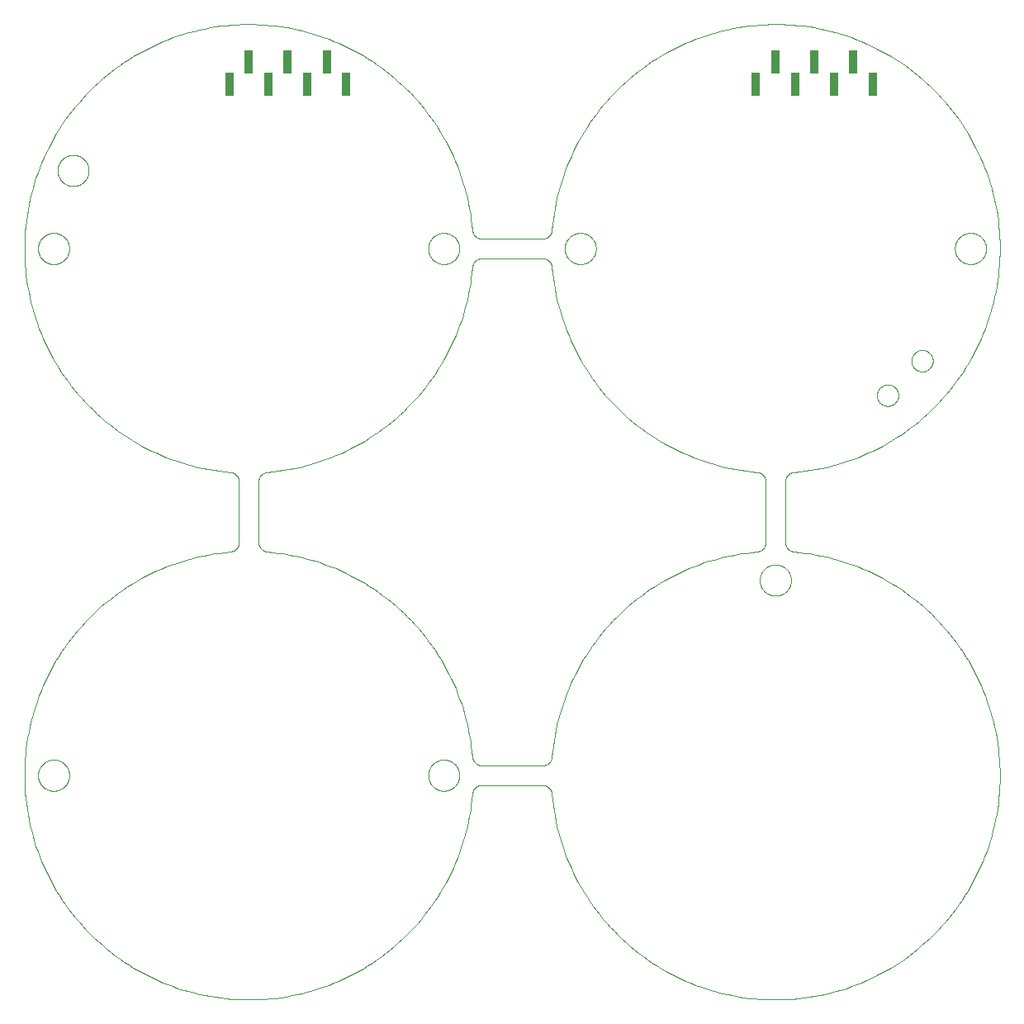
<source format=gbp>
G75*
%MOIN*%
%OFA0B0*%
%FSLAX25Y25*%
%IPPOS*%
%LPD*%
%AMOC8*
5,1,8,0,0,1.08239X$1,22.5*
%
%ADD10C,0.00000*%
%ADD11R,0.03346X0.09252*%
D10*
X0050350Y0091951D02*
X0050352Y0092109D01*
X0050358Y0092267D01*
X0050368Y0092425D01*
X0050382Y0092583D01*
X0050400Y0092740D01*
X0050421Y0092897D01*
X0050447Y0093053D01*
X0050477Y0093209D01*
X0050510Y0093364D01*
X0050548Y0093517D01*
X0050589Y0093670D01*
X0050634Y0093822D01*
X0050683Y0093973D01*
X0050736Y0094122D01*
X0050792Y0094270D01*
X0050852Y0094416D01*
X0050916Y0094561D01*
X0050984Y0094704D01*
X0051055Y0094846D01*
X0051129Y0094986D01*
X0051207Y0095123D01*
X0051289Y0095259D01*
X0051373Y0095393D01*
X0051462Y0095524D01*
X0051553Y0095653D01*
X0051648Y0095780D01*
X0051745Y0095905D01*
X0051846Y0096027D01*
X0051950Y0096146D01*
X0052057Y0096263D01*
X0052167Y0096377D01*
X0052280Y0096488D01*
X0052395Y0096597D01*
X0052513Y0096702D01*
X0052634Y0096804D01*
X0052757Y0096904D01*
X0052883Y0097000D01*
X0053011Y0097093D01*
X0053141Y0097183D01*
X0053274Y0097269D01*
X0053409Y0097353D01*
X0053545Y0097432D01*
X0053684Y0097509D01*
X0053825Y0097581D01*
X0053967Y0097651D01*
X0054111Y0097716D01*
X0054257Y0097778D01*
X0054404Y0097836D01*
X0054553Y0097891D01*
X0054703Y0097942D01*
X0054854Y0097989D01*
X0055006Y0098032D01*
X0055159Y0098071D01*
X0055314Y0098107D01*
X0055469Y0098138D01*
X0055625Y0098166D01*
X0055781Y0098190D01*
X0055938Y0098210D01*
X0056096Y0098226D01*
X0056253Y0098238D01*
X0056412Y0098246D01*
X0056570Y0098250D01*
X0056728Y0098250D01*
X0056886Y0098246D01*
X0057045Y0098238D01*
X0057202Y0098226D01*
X0057360Y0098210D01*
X0057517Y0098190D01*
X0057673Y0098166D01*
X0057829Y0098138D01*
X0057984Y0098107D01*
X0058139Y0098071D01*
X0058292Y0098032D01*
X0058444Y0097989D01*
X0058595Y0097942D01*
X0058745Y0097891D01*
X0058894Y0097836D01*
X0059041Y0097778D01*
X0059187Y0097716D01*
X0059331Y0097651D01*
X0059473Y0097581D01*
X0059614Y0097509D01*
X0059753Y0097432D01*
X0059889Y0097353D01*
X0060024Y0097269D01*
X0060157Y0097183D01*
X0060287Y0097093D01*
X0060415Y0097000D01*
X0060541Y0096904D01*
X0060664Y0096804D01*
X0060785Y0096702D01*
X0060903Y0096597D01*
X0061018Y0096488D01*
X0061131Y0096377D01*
X0061241Y0096263D01*
X0061348Y0096146D01*
X0061452Y0096027D01*
X0061553Y0095905D01*
X0061650Y0095780D01*
X0061745Y0095653D01*
X0061836Y0095524D01*
X0061925Y0095393D01*
X0062009Y0095259D01*
X0062091Y0095123D01*
X0062169Y0094986D01*
X0062243Y0094846D01*
X0062314Y0094704D01*
X0062382Y0094561D01*
X0062446Y0094416D01*
X0062506Y0094270D01*
X0062562Y0094122D01*
X0062615Y0093973D01*
X0062664Y0093822D01*
X0062709Y0093670D01*
X0062750Y0093517D01*
X0062788Y0093364D01*
X0062821Y0093209D01*
X0062851Y0093053D01*
X0062877Y0092897D01*
X0062898Y0092740D01*
X0062916Y0092583D01*
X0062930Y0092425D01*
X0062940Y0092267D01*
X0062946Y0092109D01*
X0062948Y0091951D01*
X0062946Y0091793D01*
X0062940Y0091635D01*
X0062930Y0091477D01*
X0062916Y0091319D01*
X0062898Y0091162D01*
X0062877Y0091005D01*
X0062851Y0090849D01*
X0062821Y0090693D01*
X0062788Y0090538D01*
X0062750Y0090385D01*
X0062709Y0090232D01*
X0062664Y0090080D01*
X0062615Y0089929D01*
X0062562Y0089780D01*
X0062506Y0089632D01*
X0062446Y0089486D01*
X0062382Y0089341D01*
X0062314Y0089198D01*
X0062243Y0089056D01*
X0062169Y0088916D01*
X0062091Y0088779D01*
X0062009Y0088643D01*
X0061925Y0088509D01*
X0061836Y0088378D01*
X0061745Y0088249D01*
X0061650Y0088122D01*
X0061553Y0087997D01*
X0061452Y0087875D01*
X0061348Y0087756D01*
X0061241Y0087639D01*
X0061131Y0087525D01*
X0061018Y0087414D01*
X0060903Y0087305D01*
X0060785Y0087200D01*
X0060664Y0087098D01*
X0060541Y0086998D01*
X0060415Y0086902D01*
X0060287Y0086809D01*
X0060157Y0086719D01*
X0060024Y0086633D01*
X0059889Y0086549D01*
X0059753Y0086470D01*
X0059614Y0086393D01*
X0059473Y0086321D01*
X0059331Y0086251D01*
X0059187Y0086186D01*
X0059041Y0086124D01*
X0058894Y0086066D01*
X0058745Y0086011D01*
X0058595Y0085960D01*
X0058444Y0085913D01*
X0058292Y0085870D01*
X0058139Y0085831D01*
X0057984Y0085795D01*
X0057829Y0085764D01*
X0057673Y0085736D01*
X0057517Y0085712D01*
X0057360Y0085692D01*
X0057202Y0085676D01*
X0057045Y0085664D01*
X0056886Y0085656D01*
X0056728Y0085652D01*
X0056570Y0085652D01*
X0056412Y0085656D01*
X0056253Y0085664D01*
X0056096Y0085676D01*
X0055938Y0085692D01*
X0055781Y0085712D01*
X0055625Y0085736D01*
X0055469Y0085764D01*
X0055314Y0085795D01*
X0055159Y0085831D01*
X0055006Y0085870D01*
X0054854Y0085913D01*
X0054703Y0085960D01*
X0054553Y0086011D01*
X0054404Y0086066D01*
X0054257Y0086124D01*
X0054111Y0086186D01*
X0053967Y0086251D01*
X0053825Y0086321D01*
X0053684Y0086393D01*
X0053545Y0086470D01*
X0053409Y0086549D01*
X0053274Y0086633D01*
X0053141Y0086719D01*
X0053011Y0086809D01*
X0052883Y0086902D01*
X0052757Y0086998D01*
X0052634Y0087098D01*
X0052513Y0087200D01*
X0052395Y0087305D01*
X0052280Y0087414D01*
X0052167Y0087525D01*
X0052057Y0087639D01*
X0051950Y0087756D01*
X0051846Y0087875D01*
X0051745Y0087997D01*
X0051648Y0088122D01*
X0051553Y0088249D01*
X0051462Y0088378D01*
X0051373Y0088509D01*
X0051289Y0088643D01*
X0051207Y0088779D01*
X0051129Y0088916D01*
X0051055Y0089056D01*
X0050984Y0089198D01*
X0050916Y0089341D01*
X0050852Y0089486D01*
X0050792Y0089632D01*
X0050736Y0089780D01*
X0050683Y0089929D01*
X0050634Y0090080D01*
X0050589Y0090232D01*
X0050548Y0090385D01*
X0050510Y0090538D01*
X0050477Y0090693D01*
X0050447Y0090849D01*
X0050421Y0091005D01*
X0050400Y0091162D01*
X0050382Y0091319D01*
X0050368Y0091477D01*
X0050358Y0091635D01*
X0050352Y0091793D01*
X0050350Y0091951D01*
X0127842Y0182188D02*
X0125639Y0181977D01*
X0123442Y0181712D01*
X0121253Y0181393D01*
X0119071Y0181021D01*
X0116900Y0180595D01*
X0114739Y0180117D01*
X0112591Y0179586D01*
X0110456Y0179003D01*
X0108336Y0178368D01*
X0106233Y0177681D01*
X0104146Y0176943D01*
X0102079Y0176154D01*
X0100031Y0175315D01*
X0098005Y0174426D01*
X0096000Y0173488D01*
X0094020Y0172501D01*
X0092064Y0171466D01*
X0090134Y0170384D01*
X0088230Y0169255D01*
X0086356Y0168079D01*
X0084510Y0166858D01*
X0082695Y0165593D01*
X0080911Y0164283D01*
X0079160Y0162930D01*
X0077442Y0161535D01*
X0075759Y0160098D01*
X0074111Y0158621D01*
X0072500Y0157104D01*
X0070927Y0155548D01*
X0069392Y0153953D01*
X0067897Y0152322D01*
X0066442Y0150655D01*
X0065028Y0148953D01*
X0063656Y0147216D01*
X0062327Y0145447D01*
X0061042Y0143646D01*
X0059801Y0141814D01*
X0058605Y0139952D01*
X0057455Y0138061D01*
X0056351Y0136143D01*
X0055295Y0134198D01*
X0054286Y0132229D01*
X0053326Y0130235D01*
X0052415Y0128218D01*
X0051554Y0126180D01*
X0050742Y0124121D01*
X0049982Y0122043D01*
X0049272Y0119947D01*
X0048613Y0117834D01*
X0048007Y0115706D01*
X0047452Y0113564D01*
X0046950Y0111409D01*
X0046501Y0109242D01*
X0046105Y0107064D01*
X0045763Y0104878D01*
X0045473Y0102684D01*
X0045238Y0100484D01*
X0045056Y0098279D01*
X0044929Y0096069D01*
X0044855Y0093858D01*
X0044836Y0091645D01*
X0044870Y0089432D01*
X0044959Y0087221D01*
X0045101Y0085013D01*
X0045298Y0082809D01*
X0045548Y0080610D01*
X0045852Y0078418D01*
X0046209Y0076234D01*
X0046620Y0074060D01*
X0047084Y0071896D01*
X0047600Y0069744D01*
X0048169Y0067605D01*
X0048790Y0065481D01*
X0049462Y0063373D01*
X0050186Y0061282D01*
X0050961Y0059209D01*
X0051786Y0057156D01*
X0052662Y0055123D01*
X0053586Y0053113D01*
X0054560Y0051126D01*
X0055581Y0049163D01*
X0056651Y0047225D01*
X0057767Y0045315D01*
X0058930Y0043432D01*
X0060138Y0041578D01*
X0061392Y0039754D01*
X0062689Y0037962D01*
X0064030Y0036201D01*
X0065414Y0034474D01*
X0066839Y0032782D01*
X0068305Y0031124D01*
X0069812Y0029503D01*
X0071357Y0027919D01*
X0072941Y0026374D01*
X0074562Y0024867D01*
X0076220Y0023401D01*
X0077912Y0021976D01*
X0079639Y0020592D01*
X0081400Y0019251D01*
X0083192Y0017954D01*
X0085016Y0016700D01*
X0086870Y0015492D01*
X0088753Y0014329D01*
X0090663Y0013213D01*
X0092601Y0012143D01*
X0094564Y0011122D01*
X0096551Y0010148D01*
X0098561Y0009224D01*
X0100594Y0008348D01*
X0102647Y0007523D01*
X0104720Y0006748D01*
X0106811Y0006024D01*
X0108919Y0005352D01*
X0111043Y0004731D01*
X0113182Y0004162D01*
X0115334Y0003646D01*
X0117498Y0003182D01*
X0119672Y0002771D01*
X0121856Y0002414D01*
X0124048Y0002110D01*
X0126247Y0001860D01*
X0128451Y0001663D01*
X0130659Y0001521D01*
X0132870Y0001432D01*
X0135083Y0001398D01*
X0137296Y0001417D01*
X0139507Y0001491D01*
X0141717Y0001618D01*
X0143922Y0001800D01*
X0146122Y0002035D01*
X0148316Y0002325D01*
X0150502Y0002667D01*
X0152680Y0003063D01*
X0154847Y0003512D01*
X0157002Y0004014D01*
X0159144Y0004569D01*
X0161272Y0005175D01*
X0163385Y0005834D01*
X0165481Y0006544D01*
X0167559Y0007304D01*
X0169618Y0008116D01*
X0171656Y0008977D01*
X0173673Y0009888D01*
X0175667Y0010848D01*
X0177636Y0011857D01*
X0179581Y0012913D01*
X0181499Y0014017D01*
X0183390Y0015167D01*
X0185252Y0016363D01*
X0187084Y0017604D01*
X0188885Y0018889D01*
X0190654Y0020218D01*
X0192391Y0021590D01*
X0194093Y0023004D01*
X0195760Y0024459D01*
X0197391Y0025954D01*
X0198986Y0027489D01*
X0200542Y0029062D01*
X0202059Y0030673D01*
X0203536Y0032321D01*
X0204973Y0034004D01*
X0206368Y0035722D01*
X0207721Y0037473D01*
X0209031Y0039257D01*
X0210296Y0041072D01*
X0211517Y0042918D01*
X0212693Y0044792D01*
X0213822Y0046696D01*
X0214904Y0048626D01*
X0215939Y0050582D01*
X0216926Y0052562D01*
X0217864Y0054567D01*
X0218753Y0056593D01*
X0219592Y0058641D01*
X0220381Y0060708D01*
X0221119Y0062795D01*
X0221806Y0064898D01*
X0222441Y0067018D01*
X0223024Y0069153D01*
X0223555Y0071301D01*
X0224033Y0073462D01*
X0224459Y0075633D01*
X0224831Y0077815D01*
X0225150Y0080004D01*
X0225415Y0082201D01*
X0225626Y0084404D01*
X0225625Y0084404D02*
X0225637Y0084528D01*
X0225653Y0084652D01*
X0225673Y0084775D01*
X0225697Y0084897D01*
X0225725Y0085018D01*
X0225757Y0085139D01*
X0225792Y0085258D01*
X0225831Y0085377D01*
X0225874Y0085494D01*
X0225921Y0085609D01*
X0225971Y0085723D01*
X0226025Y0085835D01*
X0226082Y0085946D01*
X0226143Y0086055D01*
X0226208Y0086162D01*
X0226275Y0086266D01*
X0226346Y0086369D01*
X0226420Y0086469D01*
X0226497Y0086567D01*
X0226578Y0086662D01*
X0226661Y0086755D01*
X0226747Y0086845D01*
X0226836Y0086932D01*
X0226928Y0087016D01*
X0227022Y0087098D01*
X0227119Y0087176D01*
X0227218Y0087251D01*
X0227319Y0087324D01*
X0227423Y0087392D01*
X0227529Y0087458D01*
X0227637Y0087520D01*
X0227747Y0087579D01*
X0227859Y0087634D01*
X0227972Y0087686D01*
X0228087Y0087734D01*
X0228203Y0087778D01*
X0228321Y0087819D01*
X0228440Y0087856D01*
X0228560Y0087889D01*
X0228681Y0087918D01*
X0228803Y0087944D01*
X0228926Y0087966D01*
X0229049Y0087983D01*
X0229173Y0087997D01*
X0229297Y0088007D01*
X0229422Y0088013D01*
X0229546Y0088015D01*
X0229547Y0088014D02*
X0253830Y0088014D01*
X0253830Y0088015D02*
X0253954Y0088013D01*
X0254079Y0088007D01*
X0254203Y0087997D01*
X0254327Y0087983D01*
X0254450Y0087966D01*
X0254573Y0087944D01*
X0254695Y0087918D01*
X0254816Y0087889D01*
X0254936Y0087856D01*
X0255055Y0087819D01*
X0255173Y0087778D01*
X0255289Y0087734D01*
X0255404Y0087686D01*
X0255517Y0087634D01*
X0255629Y0087579D01*
X0255739Y0087520D01*
X0255847Y0087458D01*
X0255953Y0087392D01*
X0256057Y0087324D01*
X0256158Y0087251D01*
X0256257Y0087176D01*
X0256354Y0087098D01*
X0256448Y0087016D01*
X0256540Y0086932D01*
X0256629Y0086845D01*
X0256715Y0086755D01*
X0256798Y0086662D01*
X0256879Y0086567D01*
X0256956Y0086469D01*
X0257030Y0086369D01*
X0257101Y0086266D01*
X0257168Y0086162D01*
X0257233Y0086055D01*
X0257294Y0085946D01*
X0257351Y0085835D01*
X0257405Y0085723D01*
X0257455Y0085609D01*
X0257502Y0085494D01*
X0257545Y0085377D01*
X0257584Y0085258D01*
X0257619Y0085139D01*
X0257651Y0085018D01*
X0257679Y0084897D01*
X0257703Y0084775D01*
X0257723Y0084652D01*
X0257739Y0084528D01*
X0257751Y0084404D01*
X0253830Y0095888D02*
X0229547Y0095888D01*
X0229546Y0095888D02*
X0229422Y0095890D01*
X0229297Y0095896D01*
X0229173Y0095906D01*
X0229049Y0095920D01*
X0228926Y0095937D01*
X0228803Y0095959D01*
X0228681Y0095985D01*
X0228560Y0096014D01*
X0228440Y0096047D01*
X0228321Y0096084D01*
X0228203Y0096125D01*
X0228087Y0096169D01*
X0227972Y0096217D01*
X0227859Y0096269D01*
X0227747Y0096324D01*
X0227637Y0096383D01*
X0227529Y0096445D01*
X0227423Y0096511D01*
X0227319Y0096579D01*
X0227218Y0096652D01*
X0227119Y0096727D01*
X0227022Y0096805D01*
X0226928Y0096887D01*
X0226836Y0096971D01*
X0226747Y0097058D01*
X0226661Y0097148D01*
X0226578Y0097241D01*
X0226497Y0097336D01*
X0226420Y0097434D01*
X0226346Y0097534D01*
X0226275Y0097637D01*
X0226208Y0097741D01*
X0226143Y0097848D01*
X0226082Y0097957D01*
X0226025Y0098068D01*
X0225971Y0098180D01*
X0225921Y0098294D01*
X0225874Y0098409D01*
X0225831Y0098526D01*
X0225792Y0098645D01*
X0225757Y0098764D01*
X0225725Y0098885D01*
X0225697Y0099006D01*
X0225673Y0099128D01*
X0225653Y0099251D01*
X0225637Y0099375D01*
X0225625Y0099499D01*
X0207830Y0091951D02*
X0207832Y0092109D01*
X0207838Y0092267D01*
X0207848Y0092425D01*
X0207862Y0092583D01*
X0207880Y0092740D01*
X0207901Y0092897D01*
X0207927Y0093053D01*
X0207957Y0093209D01*
X0207990Y0093364D01*
X0208028Y0093517D01*
X0208069Y0093670D01*
X0208114Y0093822D01*
X0208163Y0093973D01*
X0208216Y0094122D01*
X0208272Y0094270D01*
X0208332Y0094416D01*
X0208396Y0094561D01*
X0208464Y0094704D01*
X0208535Y0094846D01*
X0208609Y0094986D01*
X0208687Y0095123D01*
X0208769Y0095259D01*
X0208853Y0095393D01*
X0208942Y0095524D01*
X0209033Y0095653D01*
X0209128Y0095780D01*
X0209225Y0095905D01*
X0209326Y0096027D01*
X0209430Y0096146D01*
X0209537Y0096263D01*
X0209647Y0096377D01*
X0209760Y0096488D01*
X0209875Y0096597D01*
X0209993Y0096702D01*
X0210114Y0096804D01*
X0210237Y0096904D01*
X0210363Y0097000D01*
X0210491Y0097093D01*
X0210621Y0097183D01*
X0210754Y0097269D01*
X0210889Y0097353D01*
X0211025Y0097432D01*
X0211164Y0097509D01*
X0211305Y0097581D01*
X0211447Y0097651D01*
X0211591Y0097716D01*
X0211737Y0097778D01*
X0211884Y0097836D01*
X0212033Y0097891D01*
X0212183Y0097942D01*
X0212334Y0097989D01*
X0212486Y0098032D01*
X0212639Y0098071D01*
X0212794Y0098107D01*
X0212949Y0098138D01*
X0213105Y0098166D01*
X0213261Y0098190D01*
X0213418Y0098210D01*
X0213576Y0098226D01*
X0213733Y0098238D01*
X0213892Y0098246D01*
X0214050Y0098250D01*
X0214208Y0098250D01*
X0214366Y0098246D01*
X0214525Y0098238D01*
X0214682Y0098226D01*
X0214840Y0098210D01*
X0214997Y0098190D01*
X0215153Y0098166D01*
X0215309Y0098138D01*
X0215464Y0098107D01*
X0215619Y0098071D01*
X0215772Y0098032D01*
X0215924Y0097989D01*
X0216075Y0097942D01*
X0216225Y0097891D01*
X0216374Y0097836D01*
X0216521Y0097778D01*
X0216667Y0097716D01*
X0216811Y0097651D01*
X0216953Y0097581D01*
X0217094Y0097509D01*
X0217233Y0097432D01*
X0217369Y0097353D01*
X0217504Y0097269D01*
X0217637Y0097183D01*
X0217767Y0097093D01*
X0217895Y0097000D01*
X0218021Y0096904D01*
X0218144Y0096804D01*
X0218265Y0096702D01*
X0218383Y0096597D01*
X0218498Y0096488D01*
X0218611Y0096377D01*
X0218721Y0096263D01*
X0218828Y0096146D01*
X0218932Y0096027D01*
X0219033Y0095905D01*
X0219130Y0095780D01*
X0219225Y0095653D01*
X0219316Y0095524D01*
X0219405Y0095393D01*
X0219489Y0095259D01*
X0219571Y0095123D01*
X0219649Y0094986D01*
X0219723Y0094846D01*
X0219794Y0094704D01*
X0219862Y0094561D01*
X0219926Y0094416D01*
X0219986Y0094270D01*
X0220042Y0094122D01*
X0220095Y0093973D01*
X0220144Y0093822D01*
X0220189Y0093670D01*
X0220230Y0093517D01*
X0220268Y0093364D01*
X0220301Y0093209D01*
X0220331Y0093053D01*
X0220357Y0092897D01*
X0220378Y0092740D01*
X0220396Y0092583D01*
X0220410Y0092425D01*
X0220420Y0092267D01*
X0220426Y0092109D01*
X0220428Y0091951D01*
X0220426Y0091793D01*
X0220420Y0091635D01*
X0220410Y0091477D01*
X0220396Y0091319D01*
X0220378Y0091162D01*
X0220357Y0091005D01*
X0220331Y0090849D01*
X0220301Y0090693D01*
X0220268Y0090538D01*
X0220230Y0090385D01*
X0220189Y0090232D01*
X0220144Y0090080D01*
X0220095Y0089929D01*
X0220042Y0089780D01*
X0219986Y0089632D01*
X0219926Y0089486D01*
X0219862Y0089341D01*
X0219794Y0089198D01*
X0219723Y0089056D01*
X0219649Y0088916D01*
X0219571Y0088779D01*
X0219489Y0088643D01*
X0219405Y0088509D01*
X0219316Y0088378D01*
X0219225Y0088249D01*
X0219130Y0088122D01*
X0219033Y0087997D01*
X0218932Y0087875D01*
X0218828Y0087756D01*
X0218721Y0087639D01*
X0218611Y0087525D01*
X0218498Y0087414D01*
X0218383Y0087305D01*
X0218265Y0087200D01*
X0218144Y0087098D01*
X0218021Y0086998D01*
X0217895Y0086902D01*
X0217767Y0086809D01*
X0217637Y0086719D01*
X0217504Y0086633D01*
X0217369Y0086549D01*
X0217233Y0086470D01*
X0217094Y0086393D01*
X0216953Y0086321D01*
X0216811Y0086251D01*
X0216667Y0086186D01*
X0216521Y0086124D01*
X0216374Y0086066D01*
X0216225Y0086011D01*
X0216075Y0085960D01*
X0215924Y0085913D01*
X0215772Y0085870D01*
X0215619Y0085831D01*
X0215464Y0085795D01*
X0215309Y0085764D01*
X0215153Y0085736D01*
X0214997Y0085712D01*
X0214840Y0085692D01*
X0214682Y0085676D01*
X0214525Y0085664D01*
X0214366Y0085656D01*
X0214208Y0085652D01*
X0214050Y0085652D01*
X0213892Y0085656D01*
X0213733Y0085664D01*
X0213576Y0085676D01*
X0213418Y0085692D01*
X0213261Y0085712D01*
X0213105Y0085736D01*
X0212949Y0085764D01*
X0212794Y0085795D01*
X0212639Y0085831D01*
X0212486Y0085870D01*
X0212334Y0085913D01*
X0212183Y0085960D01*
X0212033Y0086011D01*
X0211884Y0086066D01*
X0211737Y0086124D01*
X0211591Y0086186D01*
X0211447Y0086251D01*
X0211305Y0086321D01*
X0211164Y0086393D01*
X0211025Y0086470D01*
X0210889Y0086549D01*
X0210754Y0086633D01*
X0210621Y0086719D01*
X0210491Y0086809D01*
X0210363Y0086902D01*
X0210237Y0086998D01*
X0210114Y0087098D01*
X0209993Y0087200D01*
X0209875Y0087305D01*
X0209760Y0087414D01*
X0209647Y0087525D01*
X0209537Y0087639D01*
X0209430Y0087756D01*
X0209326Y0087875D01*
X0209225Y0087997D01*
X0209128Y0088122D01*
X0209033Y0088249D01*
X0208942Y0088378D01*
X0208853Y0088509D01*
X0208769Y0088643D01*
X0208687Y0088779D01*
X0208609Y0088916D01*
X0208535Y0089056D01*
X0208464Y0089198D01*
X0208396Y0089341D01*
X0208332Y0089486D01*
X0208272Y0089632D01*
X0208216Y0089780D01*
X0208163Y0089929D01*
X0208114Y0090080D01*
X0208069Y0090232D01*
X0208028Y0090385D01*
X0207990Y0090538D01*
X0207957Y0090693D01*
X0207927Y0090849D01*
X0207901Y0091005D01*
X0207880Y0091162D01*
X0207862Y0091319D01*
X0207848Y0091477D01*
X0207838Y0091635D01*
X0207832Y0091793D01*
X0207830Y0091951D01*
X0253830Y0095888D02*
X0253954Y0095890D01*
X0254079Y0095896D01*
X0254203Y0095906D01*
X0254327Y0095920D01*
X0254450Y0095937D01*
X0254573Y0095959D01*
X0254695Y0095985D01*
X0254816Y0096014D01*
X0254936Y0096047D01*
X0255055Y0096084D01*
X0255173Y0096125D01*
X0255289Y0096169D01*
X0255404Y0096217D01*
X0255517Y0096269D01*
X0255629Y0096324D01*
X0255739Y0096383D01*
X0255847Y0096445D01*
X0255953Y0096511D01*
X0256057Y0096579D01*
X0256158Y0096652D01*
X0256257Y0096727D01*
X0256354Y0096805D01*
X0256448Y0096887D01*
X0256540Y0096971D01*
X0256629Y0097058D01*
X0256715Y0097148D01*
X0256798Y0097241D01*
X0256879Y0097336D01*
X0256956Y0097434D01*
X0257030Y0097534D01*
X0257101Y0097637D01*
X0257168Y0097741D01*
X0257233Y0097848D01*
X0257294Y0097957D01*
X0257351Y0098068D01*
X0257405Y0098180D01*
X0257455Y0098294D01*
X0257502Y0098409D01*
X0257545Y0098526D01*
X0257584Y0098645D01*
X0257619Y0098764D01*
X0257651Y0098885D01*
X0257679Y0099006D01*
X0257703Y0099128D01*
X0257723Y0099251D01*
X0257739Y0099375D01*
X0257751Y0099499D01*
X0257752Y0099498D02*
X0257961Y0101680D01*
X0258223Y0103856D01*
X0258537Y0106025D01*
X0258904Y0108186D01*
X0259323Y0110338D01*
X0259794Y0112478D01*
X0260317Y0114607D01*
X0260891Y0116722D01*
X0261516Y0118823D01*
X0262191Y0120908D01*
X0262917Y0122976D01*
X0263693Y0125026D01*
X0264518Y0127056D01*
X0265392Y0129066D01*
X0266315Y0131054D01*
X0267285Y0133020D01*
X0268303Y0134961D01*
X0269367Y0136877D01*
X0270477Y0138767D01*
X0271633Y0140629D01*
X0272833Y0142463D01*
X0274078Y0144267D01*
X0275366Y0146040D01*
X0276696Y0147782D01*
X0278068Y0149491D01*
X0279481Y0151167D01*
X0280935Y0152807D01*
X0282427Y0154412D01*
X0283958Y0155981D01*
X0285527Y0157512D01*
X0287132Y0159004D01*
X0288772Y0160458D01*
X0290448Y0161871D01*
X0292157Y0163243D01*
X0293899Y0164573D01*
X0295672Y0165861D01*
X0297476Y0167106D01*
X0299310Y0168306D01*
X0301172Y0169462D01*
X0303062Y0170572D01*
X0304978Y0171636D01*
X0306919Y0172654D01*
X0308885Y0173624D01*
X0310873Y0174547D01*
X0312883Y0175421D01*
X0314913Y0176246D01*
X0316963Y0177022D01*
X0319031Y0177748D01*
X0321116Y0178423D01*
X0323217Y0179048D01*
X0325332Y0179622D01*
X0327461Y0180145D01*
X0329601Y0180616D01*
X0331753Y0181035D01*
X0333914Y0181402D01*
X0336083Y0181716D01*
X0338259Y0181978D01*
X0340441Y0182187D01*
X0340440Y0182187D02*
X0340564Y0182199D01*
X0340688Y0182215D01*
X0340811Y0182235D01*
X0340933Y0182259D01*
X0341054Y0182287D01*
X0341175Y0182319D01*
X0341294Y0182354D01*
X0341413Y0182393D01*
X0341530Y0182436D01*
X0341645Y0182483D01*
X0341759Y0182533D01*
X0341871Y0182587D01*
X0341982Y0182644D01*
X0342091Y0182705D01*
X0342198Y0182770D01*
X0342302Y0182837D01*
X0342405Y0182908D01*
X0342505Y0182982D01*
X0342603Y0183059D01*
X0342698Y0183140D01*
X0342791Y0183223D01*
X0342881Y0183309D01*
X0342968Y0183398D01*
X0343052Y0183490D01*
X0343134Y0183584D01*
X0343212Y0183681D01*
X0343287Y0183780D01*
X0343360Y0183881D01*
X0343428Y0183985D01*
X0343494Y0184091D01*
X0343556Y0184199D01*
X0343615Y0184309D01*
X0343670Y0184421D01*
X0343722Y0184534D01*
X0343770Y0184649D01*
X0343814Y0184765D01*
X0343855Y0184883D01*
X0343892Y0185002D01*
X0343925Y0185122D01*
X0343954Y0185243D01*
X0343980Y0185365D01*
X0344002Y0185488D01*
X0344019Y0185611D01*
X0344033Y0185735D01*
X0344043Y0185859D01*
X0344049Y0185984D01*
X0344051Y0186108D01*
X0344050Y0186109D02*
X0344050Y0210392D01*
X0344051Y0210392D02*
X0344049Y0210516D01*
X0344043Y0210641D01*
X0344033Y0210765D01*
X0344019Y0210889D01*
X0344002Y0211012D01*
X0343980Y0211135D01*
X0343954Y0211257D01*
X0343925Y0211378D01*
X0343892Y0211498D01*
X0343855Y0211617D01*
X0343814Y0211735D01*
X0343770Y0211851D01*
X0343722Y0211966D01*
X0343670Y0212079D01*
X0343615Y0212191D01*
X0343556Y0212301D01*
X0343494Y0212409D01*
X0343428Y0212515D01*
X0343360Y0212619D01*
X0343287Y0212720D01*
X0343212Y0212819D01*
X0343134Y0212916D01*
X0343052Y0213010D01*
X0342968Y0213102D01*
X0342881Y0213191D01*
X0342791Y0213277D01*
X0342698Y0213360D01*
X0342603Y0213441D01*
X0342505Y0213518D01*
X0342405Y0213592D01*
X0342302Y0213663D01*
X0342198Y0213730D01*
X0342091Y0213795D01*
X0341982Y0213856D01*
X0341871Y0213913D01*
X0341759Y0213967D01*
X0341645Y0214017D01*
X0341530Y0214064D01*
X0341413Y0214107D01*
X0341294Y0214146D01*
X0341175Y0214181D01*
X0341054Y0214213D01*
X0340933Y0214241D01*
X0340811Y0214265D01*
X0340688Y0214285D01*
X0340564Y0214301D01*
X0340440Y0214313D01*
X0351924Y0210392D02*
X0351924Y0186109D01*
X0351924Y0186108D02*
X0351926Y0185984D01*
X0351932Y0185859D01*
X0351942Y0185735D01*
X0351956Y0185611D01*
X0351973Y0185488D01*
X0351995Y0185365D01*
X0352021Y0185243D01*
X0352050Y0185122D01*
X0352083Y0185002D01*
X0352120Y0184883D01*
X0352161Y0184765D01*
X0352205Y0184649D01*
X0352253Y0184534D01*
X0352305Y0184421D01*
X0352360Y0184309D01*
X0352419Y0184199D01*
X0352481Y0184091D01*
X0352547Y0183985D01*
X0352615Y0183881D01*
X0352688Y0183780D01*
X0352763Y0183681D01*
X0352841Y0183584D01*
X0352923Y0183490D01*
X0353007Y0183398D01*
X0353094Y0183309D01*
X0353184Y0183223D01*
X0353277Y0183140D01*
X0353372Y0183059D01*
X0353470Y0182982D01*
X0353570Y0182908D01*
X0353673Y0182837D01*
X0353777Y0182770D01*
X0353884Y0182705D01*
X0353993Y0182644D01*
X0354104Y0182587D01*
X0354216Y0182533D01*
X0354330Y0182483D01*
X0354445Y0182436D01*
X0354562Y0182393D01*
X0354681Y0182354D01*
X0354800Y0182319D01*
X0354921Y0182287D01*
X0355042Y0182259D01*
X0355164Y0182235D01*
X0355287Y0182215D01*
X0355411Y0182199D01*
X0355535Y0182187D01*
X0341688Y0170691D02*
X0341690Y0170849D01*
X0341696Y0171007D01*
X0341706Y0171165D01*
X0341720Y0171323D01*
X0341738Y0171480D01*
X0341759Y0171637D01*
X0341785Y0171793D01*
X0341815Y0171949D01*
X0341848Y0172104D01*
X0341886Y0172257D01*
X0341927Y0172410D01*
X0341972Y0172562D01*
X0342021Y0172713D01*
X0342074Y0172862D01*
X0342130Y0173010D01*
X0342190Y0173156D01*
X0342254Y0173301D01*
X0342322Y0173444D01*
X0342393Y0173586D01*
X0342467Y0173726D01*
X0342545Y0173863D01*
X0342627Y0173999D01*
X0342711Y0174133D01*
X0342800Y0174264D01*
X0342891Y0174393D01*
X0342986Y0174520D01*
X0343083Y0174645D01*
X0343184Y0174767D01*
X0343288Y0174886D01*
X0343395Y0175003D01*
X0343505Y0175117D01*
X0343618Y0175228D01*
X0343733Y0175337D01*
X0343851Y0175442D01*
X0343972Y0175544D01*
X0344095Y0175644D01*
X0344221Y0175740D01*
X0344349Y0175833D01*
X0344479Y0175923D01*
X0344612Y0176009D01*
X0344747Y0176093D01*
X0344883Y0176172D01*
X0345022Y0176249D01*
X0345163Y0176321D01*
X0345305Y0176391D01*
X0345449Y0176456D01*
X0345595Y0176518D01*
X0345742Y0176576D01*
X0345891Y0176631D01*
X0346041Y0176682D01*
X0346192Y0176729D01*
X0346344Y0176772D01*
X0346497Y0176811D01*
X0346652Y0176847D01*
X0346807Y0176878D01*
X0346963Y0176906D01*
X0347119Y0176930D01*
X0347276Y0176950D01*
X0347434Y0176966D01*
X0347591Y0176978D01*
X0347750Y0176986D01*
X0347908Y0176990D01*
X0348066Y0176990D01*
X0348224Y0176986D01*
X0348383Y0176978D01*
X0348540Y0176966D01*
X0348698Y0176950D01*
X0348855Y0176930D01*
X0349011Y0176906D01*
X0349167Y0176878D01*
X0349322Y0176847D01*
X0349477Y0176811D01*
X0349630Y0176772D01*
X0349782Y0176729D01*
X0349933Y0176682D01*
X0350083Y0176631D01*
X0350232Y0176576D01*
X0350379Y0176518D01*
X0350525Y0176456D01*
X0350669Y0176391D01*
X0350811Y0176321D01*
X0350952Y0176249D01*
X0351091Y0176172D01*
X0351227Y0176093D01*
X0351362Y0176009D01*
X0351495Y0175923D01*
X0351625Y0175833D01*
X0351753Y0175740D01*
X0351879Y0175644D01*
X0352002Y0175544D01*
X0352123Y0175442D01*
X0352241Y0175337D01*
X0352356Y0175228D01*
X0352469Y0175117D01*
X0352579Y0175003D01*
X0352686Y0174886D01*
X0352790Y0174767D01*
X0352891Y0174645D01*
X0352988Y0174520D01*
X0353083Y0174393D01*
X0353174Y0174264D01*
X0353263Y0174133D01*
X0353347Y0173999D01*
X0353429Y0173863D01*
X0353507Y0173726D01*
X0353581Y0173586D01*
X0353652Y0173444D01*
X0353720Y0173301D01*
X0353784Y0173156D01*
X0353844Y0173010D01*
X0353900Y0172862D01*
X0353953Y0172713D01*
X0354002Y0172562D01*
X0354047Y0172410D01*
X0354088Y0172257D01*
X0354126Y0172104D01*
X0354159Y0171949D01*
X0354189Y0171793D01*
X0354215Y0171637D01*
X0354236Y0171480D01*
X0354254Y0171323D01*
X0354268Y0171165D01*
X0354278Y0171007D01*
X0354284Y0170849D01*
X0354286Y0170691D01*
X0354284Y0170533D01*
X0354278Y0170375D01*
X0354268Y0170217D01*
X0354254Y0170059D01*
X0354236Y0169902D01*
X0354215Y0169745D01*
X0354189Y0169589D01*
X0354159Y0169433D01*
X0354126Y0169278D01*
X0354088Y0169125D01*
X0354047Y0168972D01*
X0354002Y0168820D01*
X0353953Y0168669D01*
X0353900Y0168520D01*
X0353844Y0168372D01*
X0353784Y0168226D01*
X0353720Y0168081D01*
X0353652Y0167938D01*
X0353581Y0167796D01*
X0353507Y0167656D01*
X0353429Y0167519D01*
X0353347Y0167383D01*
X0353263Y0167249D01*
X0353174Y0167118D01*
X0353083Y0166989D01*
X0352988Y0166862D01*
X0352891Y0166737D01*
X0352790Y0166615D01*
X0352686Y0166496D01*
X0352579Y0166379D01*
X0352469Y0166265D01*
X0352356Y0166154D01*
X0352241Y0166045D01*
X0352123Y0165940D01*
X0352002Y0165838D01*
X0351879Y0165738D01*
X0351753Y0165642D01*
X0351625Y0165549D01*
X0351495Y0165459D01*
X0351362Y0165373D01*
X0351227Y0165289D01*
X0351091Y0165210D01*
X0350952Y0165133D01*
X0350811Y0165061D01*
X0350669Y0164991D01*
X0350525Y0164926D01*
X0350379Y0164864D01*
X0350232Y0164806D01*
X0350083Y0164751D01*
X0349933Y0164700D01*
X0349782Y0164653D01*
X0349630Y0164610D01*
X0349477Y0164571D01*
X0349322Y0164535D01*
X0349167Y0164504D01*
X0349011Y0164476D01*
X0348855Y0164452D01*
X0348698Y0164432D01*
X0348540Y0164416D01*
X0348383Y0164404D01*
X0348224Y0164396D01*
X0348066Y0164392D01*
X0347908Y0164392D01*
X0347750Y0164396D01*
X0347591Y0164404D01*
X0347434Y0164416D01*
X0347276Y0164432D01*
X0347119Y0164452D01*
X0346963Y0164476D01*
X0346807Y0164504D01*
X0346652Y0164535D01*
X0346497Y0164571D01*
X0346344Y0164610D01*
X0346192Y0164653D01*
X0346041Y0164700D01*
X0345891Y0164751D01*
X0345742Y0164806D01*
X0345595Y0164864D01*
X0345449Y0164926D01*
X0345305Y0164991D01*
X0345163Y0165061D01*
X0345022Y0165133D01*
X0344883Y0165210D01*
X0344747Y0165289D01*
X0344612Y0165373D01*
X0344479Y0165459D01*
X0344349Y0165549D01*
X0344221Y0165642D01*
X0344095Y0165738D01*
X0343972Y0165838D01*
X0343851Y0165940D01*
X0343733Y0166045D01*
X0343618Y0166154D01*
X0343505Y0166265D01*
X0343395Y0166379D01*
X0343288Y0166496D01*
X0343184Y0166615D01*
X0343083Y0166737D01*
X0342986Y0166862D01*
X0342891Y0166989D01*
X0342800Y0167118D01*
X0342711Y0167249D01*
X0342627Y0167383D01*
X0342545Y0167519D01*
X0342467Y0167656D01*
X0342393Y0167796D01*
X0342322Y0167938D01*
X0342254Y0168081D01*
X0342190Y0168226D01*
X0342130Y0168372D01*
X0342074Y0168520D01*
X0342021Y0168669D01*
X0341972Y0168820D01*
X0341927Y0168972D01*
X0341886Y0169125D01*
X0341848Y0169278D01*
X0341815Y0169433D01*
X0341785Y0169589D01*
X0341759Y0169745D01*
X0341738Y0169902D01*
X0341720Y0170059D01*
X0341706Y0170217D01*
X0341696Y0170375D01*
X0341690Y0170533D01*
X0341688Y0170691D01*
X0351924Y0210392D02*
X0351926Y0210516D01*
X0351932Y0210641D01*
X0351942Y0210765D01*
X0351956Y0210889D01*
X0351973Y0211012D01*
X0351995Y0211135D01*
X0352021Y0211257D01*
X0352050Y0211378D01*
X0352083Y0211498D01*
X0352120Y0211617D01*
X0352161Y0211735D01*
X0352205Y0211851D01*
X0352253Y0211966D01*
X0352305Y0212079D01*
X0352360Y0212191D01*
X0352419Y0212301D01*
X0352481Y0212409D01*
X0352547Y0212515D01*
X0352615Y0212619D01*
X0352688Y0212720D01*
X0352763Y0212819D01*
X0352841Y0212916D01*
X0352923Y0213010D01*
X0353007Y0213102D01*
X0353094Y0213191D01*
X0353184Y0213277D01*
X0353277Y0213360D01*
X0353372Y0213441D01*
X0353470Y0213518D01*
X0353570Y0213592D01*
X0353673Y0213663D01*
X0353777Y0213730D01*
X0353884Y0213795D01*
X0353993Y0213856D01*
X0354104Y0213913D01*
X0354216Y0213967D01*
X0354330Y0214017D01*
X0354445Y0214064D01*
X0354562Y0214107D01*
X0354681Y0214146D01*
X0354800Y0214181D01*
X0354921Y0214213D01*
X0355042Y0214241D01*
X0355164Y0214265D01*
X0355287Y0214285D01*
X0355411Y0214301D01*
X0355535Y0214313D01*
X0388961Y0245326D02*
X0388963Y0245457D01*
X0388969Y0245589D01*
X0388979Y0245720D01*
X0388993Y0245851D01*
X0389011Y0245981D01*
X0389033Y0246110D01*
X0389058Y0246239D01*
X0389088Y0246367D01*
X0389122Y0246494D01*
X0389159Y0246621D01*
X0389200Y0246745D01*
X0389245Y0246869D01*
X0389294Y0246991D01*
X0389346Y0247112D01*
X0389402Y0247230D01*
X0389462Y0247348D01*
X0389525Y0247463D01*
X0389592Y0247576D01*
X0389662Y0247688D01*
X0389735Y0247797D01*
X0389811Y0247903D01*
X0389891Y0248008D01*
X0389974Y0248110D01*
X0390060Y0248209D01*
X0390149Y0248306D01*
X0390241Y0248400D01*
X0390336Y0248491D01*
X0390433Y0248580D01*
X0390533Y0248665D01*
X0390636Y0248747D01*
X0390741Y0248826D01*
X0390848Y0248902D01*
X0390958Y0248974D01*
X0391070Y0249043D01*
X0391184Y0249109D01*
X0391299Y0249171D01*
X0391417Y0249230D01*
X0391536Y0249285D01*
X0391657Y0249337D01*
X0391780Y0249384D01*
X0391904Y0249428D01*
X0392029Y0249469D01*
X0392155Y0249505D01*
X0392283Y0249538D01*
X0392411Y0249566D01*
X0392540Y0249591D01*
X0392670Y0249612D01*
X0392800Y0249629D01*
X0392931Y0249642D01*
X0393062Y0249651D01*
X0393193Y0249656D01*
X0393325Y0249657D01*
X0393456Y0249654D01*
X0393588Y0249647D01*
X0393719Y0249636D01*
X0393849Y0249621D01*
X0393979Y0249602D01*
X0394109Y0249579D01*
X0394237Y0249553D01*
X0394365Y0249522D01*
X0394492Y0249487D01*
X0394618Y0249449D01*
X0394742Y0249407D01*
X0394866Y0249361D01*
X0394987Y0249311D01*
X0395107Y0249258D01*
X0395226Y0249201D01*
X0395343Y0249141D01*
X0395457Y0249077D01*
X0395570Y0249009D01*
X0395681Y0248938D01*
X0395790Y0248864D01*
X0395896Y0248787D01*
X0396000Y0248706D01*
X0396101Y0248623D01*
X0396200Y0248536D01*
X0396296Y0248446D01*
X0396389Y0248353D01*
X0396480Y0248258D01*
X0396567Y0248160D01*
X0396652Y0248059D01*
X0396733Y0247956D01*
X0396811Y0247850D01*
X0396886Y0247742D01*
X0396958Y0247632D01*
X0397026Y0247520D01*
X0397091Y0247406D01*
X0397152Y0247289D01*
X0397210Y0247171D01*
X0397264Y0247051D01*
X0397315Y0246930D01*
X0397362Y0246807D01*
X0397405Y0246683D01*
X0397444Y0246558D01*
X0397480Y0246431D01*
X0397511Y0246303D01*
X0397539Y0246175D01*
X0397563Y0246046D01*
X0397583Y0245916D01*
X0397599Y0245785D01*
X0397611Y0245654D01*
X0397619Y0245523D01*
X0397623Y0245392D01*
X0397623Y0245260D01*
X0397619Y0245129D01*
X0397611Y0244998D01*
X0397599Y0244867D01*
X0397583Y0244736D01*
X0397563Y0244606D01*
X0397539Y0244477D01*
X0397511Y0244349D01*
X0397480Y0244221D01*
X0397444Y0244094D01*
X0397405Y0243969D01*
X0397362Y0243845D01*
X0397315Y0243722D01*
X0397264Y0243601D01*
X0397210Y0243481D01*
X0397152Y0243363D01*
X0397091Y0243246D01*
X0397026Y0243132D01*
X0396958Y0243020D01*
X0396886Y0242910D01*
X0396811Y0242802D01*
X0396733Y0242696D01*
X0396652Y0242593D01*
X0396567Y0242492D01*
X0396480Y0242394D01*
X0396389Y0242299D01*
X0396296Y0242206D01*
X0396200Y0242116D01*
X0396101Y0242029D01*
X0396000Y0241946D01*
X0395896Y0241865D01*
X0395790Y0241788D01*
X0395681Y0241714D01*
X0395570Y0241643D01*
X0395458Y0241575D01*
X0395343Y0241511D01*
X0395226Y0241451D01*
X0395107Y0241394D01*
X0394987Y0241341D01*
X0394866Y0241291D01*
X0394742Y0241245D01*
X0394618Y0241203D01*
X0394492Y0241165D01*
X0394365Y0241130D01*
X0394237Y0241099D01*
X0394109Y0241073D01*
X0393979Y0241050D01*
X0393849Y0241031D01*
X0393719Y0241016D01*
X0393588Y0241005D01*
X0393456Y0240998D01*
X0393325Y0240995D01*
X0393193Y0240996D01*
X0393062Y0241001D01*
X0392931Y0241010D01*
X0392800Y0241023D01*
X0392670Y0241040D01*
X0392540Y0241061D01*
X0392411Y0241086D01*
X0392283Y0241114D01*
X0392155Y0241147D01*
X0392029Y0241183D01*
X0391904Y0241224D01*
X0391780Y0241268D01*
X0391657Y0241315D01*
X0391536Y0241367D01*
X0391417Y0241422D01*
X0391299Y0241481D01*
X0391184Y0241543D01*
X0391070Y0241609D01*
X0390958Y0241678D01*
X0390848Y0241750D01*
X0390741Y0241826D01*
X0390636Y0241905D01*
X0390533Y0241987D01*
X0390433Y0242072D01*
X0390336Y0242161D01*
X0390241Y0242252D01*
X0390149Y0242346D01*
X0390060Y0242443D01*
X0389974Y0242542D01*
X0389891Y0242644D01*
X0389811Y0242749D01*
X0389735Y0242855D01*
X0389662Y0242964D01*
X0389592Y0243076D01*
X0389525Y0243189D01*
X0389462Y0243304D01*
X0389402Y0243422D01*
X0389346Y0243540D01*
X0389294Y0243661D01*
X0389245Y0243783D01*
X0389200Y0243907D01*
X0389159Y0244031D01*
X0389122Y0244158D01*
X0389088Y0244285D01*
X0389058Y0244413D01*
X0389033Y0244542D01*
X0389011Y0244671D01*
X0388993Y0244801D01*
X0388979Y0244932D01*
X0388969Y0245063D01*
X0388963Y0245195D01*
X0388961Y0245326D01*
X0402880Y0259245D02*
X0402882Y0259376D01*
X0402888Y0259508D01*
X0402898Y0259639D01*
X0402912Y0259770D01*
X0402930Y0259900D01*
X0402952Y0260029D01*
X0402977Y0260158D01*
X0403007Y0260286D01*
X0403041Y0260413D01*
X0403078Y0260540D01*
X0403119Y0260664D01*
X0403164Y0260788D01*
X0403213Y0260910D01*
X0403265Y0261031D01*
X0403321Y0261149D01*
X0403381Y0261267D01*
X0403444Y0261382D01*
X0403511Y0261495D01*
X0403581Y0261607D01*
X0403654Y0261716D01*
X0403730Y0261822D01*
X0403810Y0261927D01*
X0403893Y0262029D01*
X0403979Y0262128D01*
X0404068Y0262225D01*
X0404160Y0262319D01*
X0404255Y0262410D01*
X0404352Y0262499D01*
X0404452Y0262584D01*
X0404555Y0262666D01*
X0404660Y0262745D01*
X0404767Y0262821D01*
X0404877Y0262893D01*
X0404989Y0262962D01*
X0405103Y0263028D01*
X0405218Y0263090D01*
X0405336Y0263149D01*
X0405455Y0263204D01*
X0405576Y0263256D01*
X0405699Y0263303D01*
X0405823Y0263347D01*
X0405948Y0263388D01*
X0406074Y0263424D01*
X0406202Y0263457D01*
X0406330Y0263485D01*
X0406459Y0263510D01*
X0406589Y0263531D01*
X0406719Y0263548D01*
X0406850Y0263561D01*
X0406981Y0263570D01*
X0407112Y0263575D01*
X0407244Y0263576D01*
X0407375Y0263573D01*
X0407507Y0263566D01*
X0407638Y0263555D01*
X0407768Y0263540D01*
X0407898Y0263521D01*
X0408028Y0263498D01*
X0408156Y0263472D01*
X0408284Y0263441D01*
X0408411Y0263406D01*
X0408537Y0263368D01*
X0408661Y0263326D01*
X0408785Y0263280D01*
X0408906Y0263230D01*
X0409026Y0263177D01*
X0409145Y0263120D01*
X0409262Y0263060D01*
X0409376Y0262996D01*
X0409489Y0262928D01*
X0409600Y0262857D01*
X0409709Y0262783D01*
X0409815Y0262706D01*
X0409919Y0262625D01*
X0410020Y0262542D01*
X0410119Y0262455D01*
X0410215Y0262365D01*
X0410308Y0262272D01*
X0410399Y0262177D01*
X0410486Y0262079D01*
X0410571Y0261978D01*
X0410652Y0261875D01*
X0410730Y0261769D01*
X0410805Y0261661D01*
X0410877Y0261551D01*
X0410945Y0261439D01*
X0411010Y0261325D01*
X0411071Y0261208D01*
X0411129Y0261090D01*
X0411183Y0260970D01*
X0411234Y0260849D01*
X0411281Y0260726D01*
X0411324Y0260602D01*
X0411363Y0260477D01*
X0411399Y0260350D01*
X0411430Y0260222D01*
X0411458Y0260094D01*
X0411482Y0259965D01*
X0411502Y0259835D01*
X0411518Y0259704D01*
X0411530Y0259573D01*
X0411538Y0259442D01*
X0411542Y0259311D01*
X0411542Y0259179D01*
X0411538Y0259048D01*
X0411530Y0258917D01*
X0411518Y0258786D01*
X0411502Y0258655D01*
X0411482Y0258525D01*
X0411458Y0258396D01*
X0411430Y0258268D01*
X0411399Y0258140D01*
X0411363Y0258013D01*
X0411324Y0257888D01*
X0411281Y0257764D01*
X0411234Y0257641D01*
X0411183Y0257520D01*
X0411129Y0257400D01*
X0411071Y0257282D01*
X0411010Y0257165D01*
X0410945Y0257051D01*
X0410877Y0256939D01*
X0410805Y0256829D01*
X0410730Y0256721D01*
X0410652Y0256615D01*
X0410571Y0256512D01*
X0410486Y0256411D01*
X0410399Y0256313D01*
X0410308Y0256218D01*
X0410215Y0256125D01*
X0410119Y0256035D01*
X0410020Y0255948D01*
X0409919Y0255865D01*
X0409815Y0255784D01*
X0409709Y0255707D01*
X0409600Y0255633D01*
X0409489Y0255562D01*
X0409377Y0255494D01*
X0409262Y0255430D01*
X0409145Y0255370D01*
X0409026Y0255313D01*
X0408906Y0255260D01*
X0408785Y0255210D01*
X0408661Y0255164D01*
X0408537Y0255122D01*
X0408411Y0255084D01*
X0408284Y0255049D01*
X0408156Y0255018D01*
X0408028Y0254992D01*
X0407898Y0254969D01*
X0407768Y0254950D01*
X0407638Y0254935D01*
X0407507Y0254924D01*
X0407375Y0254917D01*
X0407244Y0254914D01*
X0407112Y0254915D01*
X0406981Y0254920D01*
X0406850Y0254929D01*
X0406719Y0254942D01*
X0406589Y0254959D01*
X0406459Y0254980D01*
X0406330Y0255005D01*
X0406202Y0255033D01*
X0406074Y0255066D01*
X0405948Y0255102D01*
X0405823Y0255143D01*
X0405699Y0255187D01*
X0405576Y0255234D01*
X0405455Y0255286D01*
X0405336Y0255341D01*
X0405218Y0255400D01*
X0405103Y0255462D01*
X0404989Y0255528D01*
X0404877Y0255597D01*
X0404767Y0255669D01*
X0404660Y0255745D01*
X0404555Y0255824D01*
X0404452Y0255906D01*
X0404352Y0255991D01*
X0404255Y0256080D01*
X0404160Y0256171D01*
X0404068Y0256265D01*
X0403979Y0256362D01*
X0403893Y0256461D01*
X0403810Y0256563D01*
X0403730Y0256668D01*
X0403654Y0256774D01*
X0403581Y0256883D01*
X0403511Y0256995D01*
X0403444Y0257108D01*
X0403381Y0257223D01*
X0403321Y0257341D01*
X0403265Y0257459D01*
X0403213Y0257580D01*
X0403164Y0257702D01*
X0403119Y0257826D01*
X0403078Y0257950D01*
X0403041Y0258077D01*
X0403007Y0258204D01*
X0402977Y0258332D01*
X0402952Y0258461D01*
X0402930Y0258590D01*
X0402912Y0258720D01*
X0402898Y0258851D01*
X0402888Y0258982D01*
X0402882Y0259114D01*
X0402880Y0259245D01*
X0420429Y0304550D02*
X0420431Y0304708D01*
X0420437Y0304866D01*
X0420447Y0305024D01*
X0420461Y0305182D01*
X0420479Y0305339D01*
X0420500Y0305496D01*
X0420526Y0305652D01*
X0420556Y0305808D01*
X0420589Y0305963D01*
X0420627Y0306116D01*
X0420668Y0306269D01*
X0420713Y0306421D01*
X0420762Y0306572D01*
X0420815Y0306721D01*
X0420871Y0306869D01*
X0420931Y0307015D01*
X0420995Y0307160D01*
X0421063Y0307303D01*
X0421134Y0307445D01*
X0421208Y0307585D01*
X0421286Y0307722D01*
X0421368Y0307858D01*
X0421452Y0307992D01*
X0421541Y0308123D01*
X0421632Y0308252D01*
X0421727Y0308379D01*
X0421824Y0308504D01*
X0421925Y0308626D01*
X0422029Y0308745D01*
X0422136Y0308862D01*
X0422246Y0308976D01*
X0422359Y0309087D01*
X0422474Y0309196D01*
X0422592Y0309301D01*
X0422713Y0309403D01*
X0422836Y0309503D01*
X0422962Y0309599D01*
X0423090Y0309692D01*
X0423220Y0309782D01*
X0423353Y0309868D01*
X0423488Y0309952D01*
X0423624Y0310031D01*
X0423763Y0310108D01*
X0423904Y0310180D01*
X0424046Y0310250D01*
X0424190Y0310315D01*
X0424336Y0310377D01*
X0424483Y0310435D01*
X0424632Y0310490D01*
X0424782Y0310541D01*
X0424933Y0310588D01*
X0425085Y0310631D01*
X0425238Y0310670D01*
X0425393Y0310706D01*
X0425548Y0310737D01*
X0425704Y0310765D01*
X0425860Y0310789D01*
X0426017Y0310809D01*
X0426175Y0310825D01*
X0426332Y0310837D01*
X0426491Y0310845D01*
X0426649Y0310849D01*
X0426807Y0310849D01*
X0426965Y0310845D01*
X0427124Y0310837D01*
X0427281Y0310825D01*
X0427439Y0310809D01*
X0427596Y0310789D01*
X0427752Y0310765D01*
X0427908Y0310737D01*
X0428063Y0310706D01*
X0428218Y0310670D01*
X0428371Y0310631D01*
X0428523Y0310588D01*
X0428674Y0310541D01*
X0428824Y0310490D01*
X0428973Y0310435D01*
X0429120Y0310377D01*
X0429266Y0310315D01*
X0429410Y0310250D01*
X0429552Y0310180D01*
X0429693Y0310108D01*
X0429832Y0310031D01*
X0429968Y0309952D01*
X0430103Y0309868D01*
X0430236Y0309782D01*
X0430366Y0309692D01*
X0430494Y0309599D01*
X0430620Y0309503D01*
X0430743Y0309403D01*
X0430864Y0309301D01*
X0430982Y0309196D01*
X0431097Y0309087D01*
X0431210Y0308976D01*
X0431320Y0308862D01*
X0431427Y0308745D01*
X0431531Y0308626D01*
X0431632Y0308504D01*
X0431729Y0308379D01*
X0431824Y0308252D01*
X0431915Y0308123D01*
X0432004Y0307992D01*
X0432088Y0307858D01*
X0432170Y0307722D01*
X0432248Y0307585D01*
X0432322Y0307445D01*
X0432393Y0307303D01*
X0432461Y0307160D01*
X0432525Y0307015D01*
X0432585Y0306869D01*
X0432641Y0306721D01*
X0432694Y0306572D01*
X0432743Y0306421D01*
X0432788Y0306269D01*
X0432829Y0306116D01*
X0432867Y0305963D01*
X0432900Y0305808D01*
X0432930Y0305652D01*
X0432956Y0305496D01*
X0432977Y0305339D01*
X0432995Y0305182D01*
X0433009Y0305024D01*
X0433019Y0304866D01*
X0433025Y0304708D01*
X0433027Y0304550D01*
X0433025Y0304392D01*
X0433019Y0304234D01*
X0433009Y0304076D01*
X0432995Y0303918D01*
X0432977Y0303761D01*
X0432956Y0303604D01*
X0432930Y0303448D01*
X0432900Y0303292D01*
X0432867Y0303137D01*
X0432829Y0302984D01*
X0432788Y0302831D01*
X0432743Y0302679D01*
X0432694Y0302528D01*
X0432641Y0302379D01*
X0432585Y0302231D01*
X0432525Y0302085D01*
X0432461Y0301940D01*
X0432393Y0301797D01*
X0432322Y0301655D01*
X0432248Y0301515D01*
X0432170Y0301378D01*
X0432088Y0301242D01*
X0432004Y0301108D01*
X0431915Y0300977D01*
X0431824Y0300848D01*
X0431729Y0300721D01*
X0431632Y0300596D01*
X0431531Y0300474D01*
X0431427Y0300355D01*
X0431320Y0300238D01*
X0431210Y0300124D01*
X0431097Y0300013D01*
X0430982Y0299904D01*
X0430864Y0299799D01*
X0430743Y0299697D01*
X0430620Y0299597D01*
X0430494Y0299501D01*
X0430366Y0299408D01*
X0430236Y0299318D01*
X0430103Y0299232D01*
X0429968Y0299148D01*
X0429832Y0299069D01*
X0429693Y0298992D01*
X0429552Y0298920D01*
X0429410Y0298850D01*
X0429266Y0298785D01*
X0429120Y0298723D01*
X0428973Y0298665D01*
X0428824Y0298610D01*
X0428674Y0298559D01*
X0428523Y0298512D01*
X0428371Y0298469D01*
X0428218Y0298430D01*
X0428063Y0298394D01*
X0427908Y0298363D01*
X0427752Y0298335D01*
X0427596Y0298311D01*
X0427439Y0298291D01*
X0427281Y0298275D01*
X0427124Y0298263D01*
X0426965Y0298255D01*
X0426807Y0298251D01*
X0426649Y0298251D01*
X0426491Y0298255D01*
X0426332Y0298263D01*
X0426175Y0298275D01*
X0426017Y0298291D01*
X0425860Y0298311D01*
X0425704Y0298335D01*
X0425548Y0298363D01*
X0425393Y0298394D01*
X0425238Y0298430D01*
X0425085Y0298469D01*
X0424933Y0298512D01*
X0424782Y0298559D01*
X0424632Y0298610D01*
X0424483Y0298665D01*
X0424336Y0298723D01*
X0424190Y0298785D01*
X0424046Y0298850D01*
X0423904Y0298920D01*
X0423763Y0298992D01*
X0423624Y0299069D01*
X0423488Y0299148D01*
X0423353Y0299232D01*
X0423220Y0299318D01*
X0423090Y0299408D01*
X0422962Y0299501D01*
X0422836Y0299597D01*
X0422713Y0299697D01*
X0422592Y0299799D01*
X0422474Y0299904D01*
X0422359Y0300013D01*
X0422246Y0300124D01*
X0422136Y0300238D01*
X0422029Y0300355D01*
X0421925Y0300474D01*
X0421824Y0300596D01*
X0421727Y0300721D01*
X0421632Y0300848D01*
X0421541Y0300977D01*
X0421452Y0301108D01*
X0421368Y0301242D01*
X0421286Y0301378D01*
X0421208Y0301515D01*
X0421134Y0301655D01*
X0421063Y0301797D01*
X0420995Y0301940D01*
X0420931Y0302085D01*
X0420871Y0302231D01*
X0420815Y0302379D01*
X0420762Y0302528D01*
X0420713Y0302679D01*
X0420668Y0302831D01*
X0420627Y0302984D01*
X0420589Y0303137D01*
X0420556Y0303292D01*
X0420526Y0303448D01*
X0420500Y0303604D01*
X0420479Y0303761D01*
X0420461Y0303918D01*
X0420447Y0304076D01*
X0420437Y0304234D01*
X0420431Y0304392D01*
X0420429Y0304550D01*
X0355535Y0214313D02*
X0357738Y0214524D01*
X0359935Y0214789D01*
X0362124Y0215108D01*
X0364306Y0215480D01*
X0366477Y0215906D01*
X0368638Y0216384D01*
X0370786Y0216915D01*
X0372921Y0217498D01*
X0375041Y0218133D01*
X0377144Y0218820D01*
X0379231Y0219558D01*
X0381298Y0220347D01*
X0383346Y0221186D01*
X0385372Y0222075D01*
X0387377Y0223013D01*
X0389357Y0224000D01*
X0391313Y0225035D01*
X0393243Y0226117D01*
X0395147Y0227246D01*
X0397021Y0228422D01*
X0398867Y0229643D01*
X0400682Y0230908D01*
X0402466Y0232218D01*
X0404217Y0233571D01*
X0405935Y0234966D01*
X0407618Y0236403D01*
X0409266Y0237880D01*
X0410877Y0239397D01*
X0412450Y0240953D01*
X0413985Y0242548D01*
X0415480Y0244179D01*
X0416935Y0245846D01*
X0418349Y0247548D01*
X0419721Y0249285D01*
X0421050Y0251054D01*
X0422335Y0252855D01*
X0423576Y0254687D01*
X0424772Y0256549D01*
X0425922Y0258440D01*
X0427026Y0260358D01*
X0428082Y0262303D01*
X0429091Y0264272D01*
X0430051Y0266266D01*
X0430962Y0268283D01*
X0431823Y0270321D01*
X0432635Y0272380D01*
X0433395Y0274458D01*
X0434105Y0276554D01*
X0434764Y0278667D01*
X0435370Y0280795D01*
X0435925Y0282937D01*
X0436427Y0285092D01*
X0436876Y0287259D01*
X0437272Y0289437D01*
X0437614Y0291623D01*
X0437904Y0293817D01*
X0438139Y0296017D01*
X0438321Y0298222D01*
X0438448Y0300432D01*
X0438522Y0302643D01*
X0438541Y0304856D01*
X0438507Y0307069D01*
X0438418Y0309280D01*
X0438276Y0311488D01*
X0438079Y0313692D01*
X0437829Y0315891D01*
X0437525Y0318083D01*
X0437168Y0320267D01*
X0436757Y0322441D01*
X0436293Y0324605D01*
X0435777Y0326757D01*
X0435208Y0328896D01*
X0434587Y0331020D01*
X0433915Y0333128D01*
X0433191Y0335219D01*
X0432416Y0337292D01*
X0431591Y0339345D01*
X0430715Y0341378D01*
X0429791Y0343388D01*
X0428817Y0345375D01*
X0427796Y0347338D01*
X0426726Y0349276D01*
X0425610Y0351186D01*
X0424447Y0353069D01*
X0423239Y0354923D01*
X0421985Y0356747D01*
X0420688Y0358539D01*
X0419347Y0360300D01*
X0417963Y0362027D01*
X0416538Y0363719D01*
X0415072Y0365377D01*
X0413565Y0366998D01*
X0412020Y0368582D01*
X0410436Y0370127D01*
X0408815Y0371634D01*
X0407157Y0373100D01*
X0405465Y0374525D01*
X0403738Y0375909D01*
X0401977Y0377250D01*
X0400185Y0378547D01*
X0398361Y0379801D01*
X0396507Y0381009D01*
X0394624Y0382172D01*
X0392714Y0383288D01*
X0390776Y0384358D01*
X0388813Y0385379D01*
X0386826Y0386353D01*
X0384816Y0387277D01*
X0382783Y0388153D01*
X0380730Y0388978D01*
X0378657Y0389753D01*
X0376566Y0390477D01*
X0374458Y0391149D01*
X0372334Y0391770D01*
X0370195Y0392339D01*
X0368043Y0392855D01*
X0365879Y0393319D01*
X0363705Y0393730D01*
X0361521Y0394087D01*
X0359329Y0394391D01*
X0357130Y0394641D01*
X0354926Y0394838D01*
X0352718Y0394980D01*
X0350507Y0395069D01*
X0348294Y0395103D01*
X0346081Y0395084D01*
X0343870Y0395010D01*
X0341660Y0394883D01*
X0339455Y0394701D01*
X0337255Y0394466D01*
X0335061Y0394176D01*
X0332875Y0393834D01*
X0330697Y0393438D01*
X0328530Y0392989D01*
X0326375Y0392487D01*
X0324233Y0391932D01*
X0322105Y0391326D01*
X0319992Y0390667D01*
X0317896Y0389957D01*
X0315818Y0389197D01*
X0313759Y0388385D01*
X0311721Y0387524D01*
X0309704Y0386613D01*
X0307710Y0385653D01*
X0305741Y0384644D01*
X0303796Y0383588D01*
X0301878Y0382484D01*
X0299987Y0381334D01*
X0298125Y0380138D01*
X0296293Y0378897D01*
X0294492Y0377612D01*
X0292723Y0376283D01*
X0290986Y0374911D01*
X0289284Y0373497D01*
X0287617Y0372042D01*
X0285986Y0370547D01*
X0284391Y0369012D01*
X0282835Y0367439D01*
X0281318Y0365828D01*
X0279841Y0364180D01*
X0278404Y0362497D01*
X0277009Y0360779D01*
X0275656Y0359028D01*
X0274346Y0357244D01*
X0273081Y0355429D01*
X0271860Y0353583D01*
X0270684Y0351709D01*
X0269555Y0349805D01*
X0268473Y0347875D01*
X0267438Y0345919D01*
X0266451Y0343939D01*
X0265513Y0341934D01*
X0264624Y0339908D01*
X0263785Y0337860D01*
X0262996Y0335793D01*
X0262258Y0333706D01*
X0261571Y0331603D01*
X0260936Y0329483D01*
X0260353Y0327348D01*
X0259822Y0325200D01*
X0259344Y0323039D01*
X0258918Y0320868D01*
X0258546Y0318686D01*
X0258227Y0316497D01*
X0257962Y0314300D01*
X0257751Y0312097D01*
X0257739Y0311973D01*
X0257723Y0311849D01*
X0257703Y0311726D01*
X0257679Y0311604D01*
X0257651Y0311483D01*
X0257619Y0311362D01*
X0257584Y0311243D01*
X0257545Y0311124D01*
X0257502Y0311007D01*
X0257455Y0310892D01*
X0257405Y0310778D01*
X0257351Y0310666D01*
X0257294Y0310555D01*
X0257233Y0310446D01*
X0257168Y0310339D01*
X0257101Y0310235D01*
X0257030Y0310132D01*
X0256956Y0310032D01*
X0256879Y0309934D01*
X0256798Y0309839D01*
X0256715Y0309746D01*
X0256629Y0309656D01*
X0256540Y0309569D01*
X0256448Y0309485D01*
X0256354Y0309403D01*
X0256257Y0309325D01*
X0256158Y0309250D01*
X0256057Y0309177D01*
X0255953Y0309109D01*
X0255847Y0309043D01*
X0255739Y0308981D01*
X0255629Y0308922D01*
X0255517Y0308867D01*
X0255404Y0308815D01*
X0255289Y0308767D01*
X0255173Y0308723D01*
X0255055Y0308682D01*
X0254936Y0308645D01*
X0254816Y0308612D01*
X0254695Y0308583D01*
X0254573Y0308557D01*
X0254450Y0308535D01*
X0254327Y0308518D01*
X0254203Y0308504D01*
X0254079Y0308494D01*
X0253954Y0308488D01*
X0253830Y0308486D01*
X0253830Y0308487D02*
X0229547Y0308487D01*
X0229546Y0308486D02*
X0229422Y0308488D01*
X0229297Y0308494D01*
X0229173Y0308504D01*
X0229049Y0308518D01*
X0228926Y0308535D01*
X0228803Y0308557D01*
X0228681Y0308583D01*
X0228560Y0308612D01*
X0228440Y0308645D01*
X0228321Y0308682D01*
X0228203Y0308723D01*
X0228087Y0308767D01*
X0227972Y0308815D01*
X0227859Y0308867D01*
X0227747Y0308922D01*
X0227637Y0308981D01*
X0227529Y0309043D01*
X0227423Y0309109D01*
X0227319Y0309177D01*
X0227218Y0309250D01*
X0227119Y0309325D01*
X0227022Y0309403D01*
X0226928Y0309485D01*
X0226836Y0309569D01*
X0226747Y0309656D01*
X0226661Y0309746D01*
X0226578Y0309839D01*
X0226497Y0309934D01*
X0226420Y0310032D01*
X0226346Y0310132D01*
X0226275Y0310235D01*
X0226208Y0310339D01*
X0226143Y0310446D01*
X0226082Y0310555D01*
X0226025Y0310666D01*
X0225971Y0310778D01*
X0225921Y0310892D01*
X0225874Y0311007D01*
X0225831Y0311124D01*
X0225792Y0311243D01*
X0225757Y0311362D01*
X0225725Y0311483D01*
X0225697Y0311604D01*
X0225673Y0311726D01*
X0225653Y0311849D01*
X0225637Y0311973D01*
X0225625Y0312097D01*
X0229547Y0300613D02*
X0253830Y0300613D01*
X0253954Y0300611D01*
X0254079Y0300605D01*
X0254203Y0300595D01*
X0254327Y0300581D01*
X0254450Y0300564D01*
X0254573Y0300542D01*
X0254695Y0300516D01*
X0254816Y0300487D01*
X0254936Y0300454D01*
X0255055Y0300417D01*
X0255173Y0300376D01*
X0255289Y0300332D01*
X0255404Y0300284D01*
X0255517Y0300232D01*
X0255629Y0300177D01*
X0255739Y0300118D01*
X0255847Y0300056D01*
X0255953Y0299990D01*
X0256057Y0299922D01*
X0256158Y0299849D01*
X0256257Y0299774D01*
X0256354Y0299696D01*
X0256448Y0299614D01*
X0256540Y0299530D01*
X0256629Y0299443D01*
X0256715Y0299353D01*
X0256798Y0299260D01*
X0256879Y0299165D01*
X0256956Y0299067D01*
X0257030Y0298967D01*
X0257101Y0298864D01*
X0257168Y0298760D01*
X0257233Y0298653D01*
X0257294Y0298544D01*
X0257351Y0298433D01*
X0257405Y0298321D01*
X0257455Y0298207D01*
X0257502Y0298092D01*
X0257545Y0297975D01*
X0257584Y0297856D01*
X0257619Y0297737D01*
X0257651Y0297616D01*
X0257679Y0297495D01*
X0257703Y0297373D01*
X0257723Y0297250D01*
X0257739Y0297126D01*
X0257751Y0297002D01*
X0262948Y0304550D02*
X0262950Y0304708D01*
X0262956Y0304866D01*
X0262966Y0305024D01*
X0262980Y0305182D01*
X0262998Y0305339D01*
X0263019Y0305496D01*
X0263045Y0305652D01*
X0263075Y0305808D01*
X0263108Y0305963D01*
X0263146Y0306116D01*
X0263187Y0306269D01*
X0263232Y0306421D01*
X0263281Y0306572D01*
X0263334Y0306721D01*
X0263390Y0306869D01*
X0263450Y0307015D01*
X0263514Y0307160D01*
X0263582Y0307303D01*
X0263653Y0307445D01*
X0263727Y0307585D01*
X0263805Y0307722D01*
X0263887Y0307858D01*
X0263971Y0307992D01*
X0264060Y0308123D01*
X0264151Y0308252D01*
X0264246Y0308379D01*
X0264343Y0308504D01*
X0264444Y0308626D01*
X0264548Y0308745D01*
X0264655Y0308862D01*
X0264765Y0308976D01*
X0264878Y0309087D01*
X0264993Y0309196D01*
X0265111Y0309301D01*
X0265232Y0309403D01*
X0265355Y0309503D01*
X0265481Y0309599D01*
X0265609Y0309692D01*
X0265739Y0309782D01*
X0265872Y0309868D01*
X0266007Y0309952D01*
X0266143Y0310031D01*
X0266282Y0310108D01*
X0266423Y0310180D01*
X0266565Y0310250D01*
X0266709Y0310315D01*
X0266855Y0310377D01*
X0267002Y0310435D01*
X0267151Y0310490D01*
X0267301Y0310541D01*
X0267452Y0310588D01*
X0267604Y0310631D01*
X0267757Y0310670D01*
X0267912Y0310706D01*
X0268067Y0310737D01*
X0268223Y0310765D01*
X0268379Y0310789D01*
X0268536Y0310809D01*
X0268694Y0310825D01*
X0268851Y0310837D01*
X0269010Y0310845D01*
X0269168Y0310849D01*
X0269326Y0310849D01*
X0269484Y0310845D01*
X0269643Y0310837D01*
X0269800Y0310825D01*
X0269958Y0310809D01*
X0270115Y0310789D01*
X0270271Y0310765D01*
X0270427Y0310737D01*
X0270582Y0310706D01*
X0270737Y0310670D01*
X0270890Y0310631D01*
X0271042Y0310588D01*
X0271193Y0310541D01*
X0271343Y0310490D01*
X0271492Y0310435D01*
X0271639Y0310377D01*
X0271785Y0310315D01*
X0271929Y0310250D01*
X0272071Y0310180D01*
X0272212Y0310108D01*
X0272351Y0310031D01*
X0272487Y0309952D01*
X0272622Y0309868D01*
X0272755Y0309782D01*
X0272885Y0309692D01*
X0273013Y0309599D01*
X0273139Y0309503D01*
X0273262Y0309403D01*
X0273383Y0309301D01*
X0273501Y0309196D01*
X0273616Y0309087D01*
X0273729Y0308976D01*
X0273839Y0308862D01*
X0273946Y0308745D01*
X0274050Y0308626D01*
X0274151Y0308504D01*
X0274248Y0308379D01*
X0274343Y0308252D01*
X0274434Y0308123D01*
X0274523Y0307992D01*
X0274607Y0307858D01*
X0274689Y0307722D01*
X0274767Y0307585D01*
X0274841Y0307445D01*
X0274912Y0307303D01*
X0274980Y0307160D01*
X0275044Y0307015D01*
X0275104Y0306869D01*
X0275160Y0306721D01*
X0275213Y0306572D01*
X0275262Y0306421D01*
X0275307Y0306269D01*
X0275348Y0306116D01*
X0275386Y0305963D01*
X0275419Y0305808D01*
X0275449Y0305652D01*
X0275475Y0305496D01*
X0275496Y0305339D01*
X0275514Y0305182D01*
X0275528Y0305024D01*
X0275538Y0304866D01*
X0275544Y0304708D01*
X0275546Y0304550D01*
X0275544Y0304392D01*
X0275538Y0304234D01*
X0275528Y0304076D01*
X0275514Y0303918D01*
X0275496Y0303761D01*
X0275475Y0303604D01*
X0275449Y0303448D01*
X0275419Y0303292D01*
X0275386Y0303137D01*
X0275348Y0302984D01*
X0275307Y0302831D01*
X0275262Y0302679D01*
X0275213Y0302528D01*
X0275160Y0302379D01*
X0275104Y0302231D01*
X0275044Y0302085D01*
X0274980Y0301940D01*
X0274912Y0301797D01*
X0274841Y0301655D01*
X0274767Y0301515D01*
X0274689Y0301378D01*
X0274607Y0301242D01*
X0274523Y0301108D01*
X0274434Y0300977D01*
X0274343Y0300848D01*
X0274248Y0300721D01*
X0274151Y0300596D01*
X0274050Y0300474D01*
X0273946Y0300355D01*
X0273839Y0300238D01*
X0273729Y0300124D01*
X0273616Y0300013D01*
X0273501Y0299904D01*
X0273383Y0299799D01*
X0273262Y0299697D01*
X0273139Y0299597D01*
X0273013Y0299501D01*
X0272885Y0299408D01*
X0272755Y0299318D01*
X0272622Y0299232D01*
X0272487Y0299148D01*
X0272351Y0299069D01*
X0272212Y0298992D01*
X0272071Y0298920D01*
X0271929Y0298850D01*
X0271785Y0298785D01*
X0271639Y0298723D01*
X0271492Y0298665D01*
X0271343Y0298610D01*
X0271193Y0298559D01*
X0271042Y0298512D01*
X0270890Y0298469D01*
X0270737Y0298430D01*
X0270582Y0298394D01*
X0270427Y0298363D01*
X0270271Y0298335D01*
X0270115Y0298311D01*
X0269958Y0298291D01*
X0269800Y0298275D01*
X0269643Y0298263D01*
X0269484Y0298255D01*
X0269326Y0298251D01*
X0269168Y0298251D01*
X0269010Y0298255D01*
X0268851Y0298263D01*
X0268694Y0298275D01*
X0268536Y0298291D01*
X0268379Y0298311D01*
X0268223Y0298335D01*
X0268067Y0298363D01*
X0267912Y0298394D01*
X0267757Y0298430D01*
X0267604Y0298469D01*
X0267452Y0298512D01*
X0267301Y0298559D01*
X0267151Y0298610D01*
X0267002Y0298665D01*
X0266855Y0298723D01*
X0266709Y0298785D01*
X0266565Y0298850D01*
X0266423Y0298920D01*
X0266282Y0298992D01*
X0266143Y0299069D01*
X0266007Y0299148D01*
X0265872Y0299232D01*
X0265739Y0299318D01*
X0265609Y0299408D01*
X0265481Y0299501D01*
X0265355Y0299597D01*
X0265232Y0299697D01*
X0265111Y0299799D01*
X0264993Y0299904D01*
X0264878Y0300013D01*
X0264765Y0300124D01*
X0264655Y0300238D01*
X0264548Y0300355D01*
X0264444Y0300474D01*
X0264343Y0300596D01*
X0264246Y0300721D01*
X0264151Y0300848D01*
X0264060Y0300977D01*
X0263971Y0301108D01*
X0263887Y0301242D01*
X0263805Y0301378D01*
X0263727Y0301515D01*
X0263653Y0301655D01*
X0263582Y0301797D01*
X0263514Y0301940D01*
X0263450Y0302085D01*
X0263390Y0302231D01*
X0263334Y0302379D01*
X0263281Y0302528D01*
X0263232Y0302679D01*
X0263187Y0302831D01*
X0263146Y0302984D01*
X0263108Y0303137D01*
X0263075Y0303292D01*
X0263045Y0303448D01*
X0263019Y0303604D01*
X0262998Y0303761D01*
X0262980Y0303918D01*
X0262966Y0304076D01*
X0262956Y0304234D01*
X0262950Y0304392D01*
X0262948Y0304550D01*
X0229546Y0300613D02*
X0229422Y0300611D01*
X0229297Y0300605D01*
X0229173Y0300595D01*
X0229049Y0300581D01*
X0228926Y0300564D01*
X0228803Y0300542D01*
X0228681Y0300516D01*
X0228560Y0300487D01*
X0228440Y0300454D01*
X0228321Y0300417D01*
X0228203Y0300376D01*
X0228087Y0300332D01*
X0227972Y0300284D01*
X0227859Y0300232D01*
X0227747Y0300177D01*
X0227637Y0300118D01*
X0227529Y0300056D01*
X0227423Y0299990D01*
X0227319Y0299922D01*
X0227218Y0299849D01*
X0227119Y0299774D01*
X0227022Y0299696D01*
X0226928Y0299614D01*
X0226836Y0299530D01*
X0226747Y0299443D01*
X0226661Y0299353D01*
X0226578Y0299260D01*
X0226497Y0299165D01*
X0226420Y0299067D01*
X0226346Y0298967D01*
X0226275Y0298864D01*
X0226208Y0298760D01*
X0226143Y0298653D01*
X0226082Y0298544D01*
X0226025Y0298433D01*
X0225971Y0298321D01*
X0225921Y0298207D01*
X0225874Y0298092D01*
X0225831Y0297975D01*
X0225792Y0297856D01*
X0225757Y0297737D01*
X0225725Y0297616D01*
X0225697Y0297495D01*
X0225673Y0297373D01*
X0225653Y0297250D01*
X0225637Y0297126D01*
X0225625Y0297002D01*
X0207830Y0304550D02*
X0207832Y0304708D01*
X0207838Y0304866D01*
X0207848Y0305024D01*
X0207862Y0305182D01*
X0207880Y0305339D01*
X0207901Y0305496D01*
X0207927Y0305652D01*
X0207957Y0305808D01*
X0207990Y0305963D01*
X0208028Y0306116D01*
X0208069Y0306269D01*
X0208114Y0306421D01*
X0208163Y0306572D01*
X0208216Y0306721D01*
X0208272Y0306869D01*
X0208332Y0307015D01*
X0208396Y0307160D01*
X0208464Y0307303D01*
X0208535Y0307445D01*
X0208609Y0307585D01*
X0208687Y0307722D01*
X0208769Y0307858D01*
X0208853Y0307992D01*
X0208942Y0308123D01*
X0209033Y0308252D01*
X0209128Y0308379D01*
X0209225Y0308504D01*
X0209326Y0308626D01*
X0209430Y0308745D01*
X0209537Y0308862D01*
X0209647Y0308976D01*
X0209760Y0309087D01*
X0209875Y0309196D01*
X0209993Y0309301D01*
X0210114Y0309403D01*
X0210237Y0309503D01*
X0210363Y0309599D01*
X0210491Y0309692D01*
X0210621Y0309782D01*
X0210754Y0309868D01*
X0210889Y0309952D01*
X0211025Y0310031D01*
X0211164Y0310108D01*
X0211305Y0310180D01*
X0211447Y0310250D01*
X0211591Y0310315D01*
X0211737Y0310377D01*
X0211884Y0310435D01*
X0212033Y0310490D01*
X0212183Y0310541D01*
X0212334Y0310588D01*
X0212486Y0310631D01*
X0212639Y0310670D01*
X0212794Y0310706D01*
X0212949Y0310737D01*
X0213105Y0310765D01*
X0213261Y0310789D01*
X0213418Y0310809D01*
X0213576Y0310825D01*
X0213733Y0310837D01*
X0213892Y0310845D01*
X0214050Y0310849D01*
X0214208Y0310849D01*
X0214366Y0310845D01*
X0214525Y0310837D01*
X0214682Y0310825D01*
X0214840Y0310809D01*
X0214997Y0310789D01*
X0215153Y0310765D01*
X0215309Y0310737D01*
X0215464Y0310706D01*
X0215619Y0310670D01*
X0215772Y0310631D01*
X0215924Y0310588D01*
X0216075Y0310541D01*
X0216225Y0310490D01*
X0216374Y0310435D01*
X0216521Y0310377D01*
X0216667Y0310315D01*
X0216811Y0310250D01*
X0216953Y0310180D01*
X0217094Y0310108D01*
X0217233Y0310031D01*
X0217369Y0309952D01*
X0217504Y0309868D01*
X0217637Y0309782D01*
X0217767Y0309692D01*
X0217895Y0309599D01*
X0218021Y0309503D01*
X0218144Y0309403D01*
X0218265Y0309301D01*
X0218383Y0309196D01*
X0218498Y0309087D01*
X0218611Y0308976D01*
X0218721Y0308862D01*
X0218828Y0308745D01*
X0218932Y0308626D01*
X0219033Y0308504D01*
X0219130Y0308379D01*
X0219225Y0308252D01*
X0219316Y0308123D01*
X0219405Y0307992D01*
X0219489Y0307858D01*
X0219571Y0307722D01*
X0219649Y0307585D01*
X0219723Y0307445D01*
X0219794Y0307303D01*
X0219862Y0307160D01*
X0219926Y0307015D01*
X0219986Y0306869D01*
X0220042Y0306721D01*
X0220095Y0306572D01*
X0220144Y0306421D01*
X0220189Y0306269D01*
X0220230Y0306116D01*
X0220268Y0305963D01*
X0220301Y0305808D01*
X0220331Y0305652D01*
X0220357Y0305496D01*
X0220378Y0305339D01*
X0220396Y0305182D01*
X0220410Y0305024D01*
X0220420Y0304866D01*
X0220426Y0304708D01*
X0220428Y0304550D01*
X0220426Y0304392D01*
X0220420Y0304234D01*
X0220410Y0304076D01*
X0220396Y0303918D01*
X0220378Y0303761D01*
X0220357Y0303604D01*
X0220331Y0303448D01*
X0220301Y0303292D01*
X0220268Y0303137D01*
X0220230Y0302984D01*
X0220189Y0302831D01*
X0220144Y0302679D01*
X0220095Y0302528D01*
X0220042Y0302379D01*
X0219986Y0302231D01*
X0219926Y0302085D01*
X0219862Y0301940D01*
X0219794Y0301797D01*
X0219723Y0301655D01*
X0219649Y0301515D01*
X0219571Y0301378D01*
X0219489Y0301242D01*
X0219405Y0301108D01*
X0219316Y0300977D01*
X0219225Y0300848D01*
X0219130Y0300721D01*
X0219033Y0300596D01*
X0218932Y0300474D01*
X0218828Y0300355D01*
X0218721Y0300238D01*
X0218611Y0300124D01*
X0218498Y0300013D01*
X0218383Y0299904D01*
X0218265Y0299799D01*
X0218144Y0299697D01*
X0218021Y0299597D01*
X0217895Y0299501D01*
X0217767Y0299408D01*
X0217637Y0299318D01*
X0217504Y0299232D01*
X0217369Y0299148D01*
X0217233Y0299069D01*
X0217094Y0298992D01*
X0216953Y0298920D01*
X0216811Y0298850D01*
X0216667Y0298785D01*
X0216521Y0298723D01*
X0216374Y0298665D01*
X0216225Y0298610D01*
X0216075Y0298559D01*
X0215924Y0298512D01*
X0215772Y0298469D01*
X0215619Y0298430D01*
X0215464Y0298394D01*
X0215309Y0298363D01*
X0215153Y0298335D01*
X0214997Y0298311D01*
X0214840Y0298291D01*
X0214682Y0298275D01*
X0214525Y0298263D01*
X0214366Y0298255D01*
X0214208Y0298251D01*
X0214050Y0298251D01*
X0213892Y0298255D01*
X0213733Y0298263D01*
X0213576Y0298275D01*
X0213418Y0298291D01*
X0213261Y0298311D01*
X0213105Y0298335D01*
X0212949Y0298363D01*
X0212794Y0298394D01*
X0212639Y0298430D01*
X0212486Y0298469D01*
X0212334Y0298512D01*
X0212183Y0298559D01*
X0212033Y0298610D01*
X0211884Y0298665D01*
X0211737Y0298723D01*
X0211591Y0298785D01*
X0211447Y0298850D01*
X0211305Y0298920D01*
X0211164Y0298992D01*
X0211025Y0299069D01*
X0210889Y0299148D01*
X0210754Y0299232D01*
X0210621Y0299318D01*
X0210491Y0299408D01*
X0210363Y0299501D01*
X0210237Y0299597D01*
X0210114Y0299697D01*
X0209993Y0299799D01*
X0209875Y0299904D01*
X0209760Y0300013D01*
X0209647Y0300124D01*
X0209537Y0300238D01*
X0209430Y0300355D01*
X0209326Y0300474D01*
X0209225Y0300596D01*
X0209128Y0300721D01*
X0209033Y0300848D01*
X0208942Y0300977D01*
X0208853Y0301108D01*
X0208769Y0301242D01*
X0208687Y0301378D01*
X0208609Y0301515D01*
X0208535Y0301655D01*
X0208464Y0301797D01*
X0208396Y0301940D01*
X0208332Y0302085D01*
X0208272Y0302231D01*
X0208216Y0302379D01*
X0208163Y0302528D01*
X0208114Y0302679D01*
X0208069Y0302831D01*
X0208028Y0302984D01*
X0207990Y0303137D01*
X0207957Y0303292D01*
X0207927Y0303448D01*
X0207901Y0303604D01*
X0207880Y0303761D01*
X0207862Y0303918D01*
X0207848Y0304076D01*
X0207838Y0304234D01*
X0207832Y0304392D01*
X0207830Y0304550D01*
X0225625Y0297003D02*
X0225416Y0294821D01*
X0225154Y0292645D01*
X0224840Y0290476D01*
X0224473Y0288315D01*
X0224054Y0286163D01*
X0223583Y0284023D01*
X0223060Y0281894D01*
X0222486Y0279779D01*
X0221861Y0277678D01*
X0221186Y0275593D01*
X0220460Y0273525D01*
X0219684Y0271475D01*
X0218859Y0269445D01*
X0217985Y0267435D01*
X0217062Y0265447D01*
X0216092Y0263481D01*
X0215074Y0261540D01*
X0214010Y0259624D01*
X0212900Y0257734D01*
X0211744Y0255872D01*
X0210544Y0254038D01*
X0209299Y0252234D01*
X0208011Y0250461D01*
X0206681Y0248719D01*
X0205309Y0247010D01*
X0203896Y0245334D01*
X0202442Y0243694D01*
X0200950Y0242089D01*
X0199419Y0240520D01*
X0197850Y0238989D01*
X0196245Y0237497D01*
X0194605Y0236043D01*
X0192929Y0234630D01*
X0191220Y0233258D01*
X0189478Y0231928D01*
X0187705Y0230640D01*
X0185901Y0229395D01*
X0184067Y0228195D01*
X0182205Y0227039D01*
X0180315Y0225929D01*
X0178399Y0224865D01*
X0176458Y0223847D01*
X0174492Y0222877D01*
X0172504Y0221954D01*
X0170494Y0221080D01*
X0168464Y0220255D01*
X0166414Y0219479D01*
X0164346Y0218753D01*
X0162261Y0218078D01*
X0160160Y0217453D01*
X0158045Y0216879D01*
X0155916Y0216356D01*
X0153776Y0215885D01*
X0151624Y0215466D01*
X0149463Y0215099D01*
X0147294Y0214785D01*
X0145118Y0214523D01*
X0142936Y0214314D01*
X0142937Y0214313D02*
X0142813Y0214301D01*
X0142689Y0214285D01*
X0142566Y0214265D01*
X0142444Y0214241D01*
X0142323Y0214213D01*
X0142202Y0214181D01*
X0142083Y0214146D01*
X0141964Y0214107D01*
X0141847Y0214064D01*
X0141732Y0214017D01*
X0141618Y0213967D01*
X0141506Y0213913D01*
X0141395Y0213856D01*
X0141286Y0213795D01*
X0141179Y0213730D01*
X0141075Y0213663D01*
X0140972Y0213592D01*
X0140872Y0213518D01*
X0140774Y0213441D01*
X0140679Y0213360D01*
X0140586Y0213277D01*
X0140496Y0213191D01*
X0140409Y0213102D01*
X0140325Y0213010D01*
X0140243Y0212916D01*
X0140165Y0212819D01*
X0140090Y0212720D01*
X0140017Y0212619D01*
X0139949Y0212515D01*
X0139883Y0212409D01*
X0139821Y0212301D01*
X0139762Y0212191D01*
X0139707Y0212079D01*
X0139655Y0211966D01*
X0139607Y0211851D01*
X0139563Y0211735D01*
X0139522Y0211617D01*
X0139485Y0211498D01*
X0139452Y0211378D01*
X0139423Y0211257D01*
X0139397Y0211135D01*
X0139375Y0211012D01*
X0139358Y0210889D01*
X0139344Y0210765D01*
X0139334Y0210641D01*
X0139328Y0210516D01*
X0139326Y0210392D01*
X0139326Y0186109D01*
X0139326Y0186108D02*
X0139328Y0185984D01*
X0139334Y0185859D01*
X0139344Y0185735D01*
X0139358Y0185611D01*
X0139375Y0185488D01*
X0139397Y0185365D01*
X0139423Y0185243D01*
X0139452Y0185122D01*
X0139485Y0185002D01*
X0139522Y0184883D01*
X0139563Y0184765D01*
X0139607Y0184649D01*
X0139655Y0184534D01*
X0139707Y0184421D01*
X0139762Y0184309D01*
X0139821Y0184199D01*
X0139883Y0184091D01*
X0139949Y0183985D01*
X0140017Y0183881D01*
X0140090Y0183780D01*
X0140165Y0183681D01*
X0140243Y0183584D01*
X0140325Y0183490D01*
X0140409Y0183398D01*
X0140496Y0183309D01*
X0140586Y0183223D01*
X0140679Y0183140D01*
X0140774Y0183059D01*
X0140872Y0182982D01*
X0140972Y0182908D01*
X0141075Y0182837D01*
X0141179Y0182770D01*
X0141286Y0182705D01*
X0141395Y0182644D01*
X0141506Y0182587D01*
X0141618Y0182533D01*
X0141732Y0182483D01*
X0141847Y0182436D01*
X0141964Y0182393D01*
X0142083Y0182354D01*
X0142202Y0182319D01*
X0142323Y0182287D01*
X0142444Y0182259D01*
X0142566Y0182235D01*
X0142689Y0182215D01*
X0142813Y0182199D01*
X0142937Y0182187D01*
X0131452Y0186109D02*
X0131452Y0210392D01*
X0131450Y0210516D01*
X0131444Y0210641D01*
X0131434Y0210765D01*
X0131420Y0210889D01*
X0131403Y0211012D01*
X0131381Y0211135D01*
X0131355Y0211257D01*
X0131326Y0211378D01*
X0131293Y0211498D01*
X0131256Y0211617D01*
X0131215Y0211735D01*
X0131171Y0211851D01*
X0131123Y0211966D01*
X0131071Y0212079D01*
X0131016Y0212191D01*
X0130957Y0212301D01*
X0130895Y0212409D01*
X0130829Y0212515D01*
X0130761Y0212619D01*
X0130688Y0212720D01*
X0130613Y0212819D01*
X0130535Y0212916D01*
X0130453Y0213010D01*
X0130369Y0213102D01*
X0130282Y0213191D01*
X0130192Y0213277D01*
X0130099Y0213360D01*
X0130004Y0213441D01*
X0129906Y0213518D01*
X0129806Y0213592D01*
X0129703Y0213663D01*
X0129599Y0213730D01*
X0129492Y0213795D01*
X0129383Y0213856D01*
X0129272Y0213913D01*
X0129160Y0213967D01*
X0129046Y0214017D01*
X0128931Y0214064D01*
X0128814Y0214107D01*
X0128695Y0214146D01*
X0128576Y0214181D01*
X0128455Y0214213D01*
X0128334Y0214241D01*
X0128212Y0214265D01*
X0128089Y0214285D01*
X0127965Y0214301D01*
X0127841Y0214313D01*
X0131452Y0186108D02*
X0131450Y0185984D01*
X0131444Y0185859D01*
X0131434Y0185735D01*
X0131420Y0185611D01*
X0131403Y0185488D01*
X0131381Y0185365D01*
X0131355Y0185243D01*
X0131326Y0185122D01*
X0131293Y0185002D01*
X0131256Y0184883D01*
X0131215Y0184765D01*
X0131171Y0184649D01*
X0131123Y0184534D01*
X0131071Y0184421D01*
X0131016Y0184309D01*
X0130957Y0184199D01*
X0130895Y0184091D01*
X0130829Y0183985D01*
X0130761Y0183881D01*
X0130688Y0183780D01*
X0130613Y0183681D01*
X0130535Y0183584D01*
X0130453Y0183490D01*
X0130369Y0183398D01*
X0130282Y0183309D01*
X0130192Y0183223D01*
X0130099Y0183140D01*
X0130004Y0183059D01*
X0129906Y0182982D01*
X0129806Y0182908D01*
X0129703Y0182837D01*
X0129599Y0182770D01*
X0129492Y0182705D01*
X0129383Y0182644D01*
X0129272Y0182587D01*
X0129160Y0182533D01*
X0129046Y0182483D01*
X0128931Y0182436D01*
X0128814Y0182393D01*
X0128695Y0182354D01*
X0128576Y0182319D01*
X0128455Y0182287D01*
X0128334Y0182259D01*
X0128212Y0182235D01*
X0128089Y0182215D01*
X0127965Y0182199D01*
X0127841Y0182187D01*
X0142936Y0182187D02*
X0145118Y0181978D01*
X0147294Y0181716D01*
X0149463Y0181402D01*
X0151624Y0181035D01*
X0153776Y0180616D01*
X0155916Y0180145D01*
X0158045Y0179622D01*
X0160160Y0179048D01*
X0162261Y0178423D01*
X0164346Y0177748D01*
X0166414Y0177022D01*
X0168464Y0176246D01*
X0170494Y0175421D01*
X0172504Y0174547D01*
X0174492Y0173624D01*
X0176458Y0172654D01*
X0178399Y0171636D01*
X0180315Y0170572D01*
X0182205Y0169462D01*
X0184067Y0168306D01*
X0185901Y0167106D01*
X0187705Y0165861D01*
X0189478Y0164573D01*
X0191220Y0163243D01*
X0192929Y0161871D01*
X0194605Y0160458D01*
X0196245Y0159004D01*
X0197850Y0157512D01*
X0199419Y0155981D01*
X0200950Y0154412D01*
X0202442Y0152807D01*
X0203896Y0151167D01*
X0205309Y0149491D01*
X0206681Y0147782D01*
X0208011Y0146040D01*
X0209299Y0144267D01*
X0210544Y0142463D01*
X0211744Y0140629D01*
X0212900Y0138767D01*
X0214010Y0136877D01*
X0215074Y0134961D01*
X0216092Y0133020D01*
X0217062Y0131054D01*
X0217985Y0129066D01*
X0218859Y0127056D01*
X0219684Y0125026D01*
X0220460Y0122976D01*
X0221186Y0120908D01*
X0221861Y0118823D01*
X0222486Y0116722D01*
X0223060Y0114607D01*
X0223583Y0112478D01*
X0224054Y0110338D01*
X0224473Y0108186D01*
X0224840Y0106025D01*
X0225154Y0103856D01*
X0225416Y0101680D01*
X0225625Y0099498D01*
X0257751Y0084404D02*
X0257962Y0082201D01*
X0258227Y0080004D01*
X0258546Y0077815D01*
X0258918Y0075633D01*
X0259344Y0073462D01*
X0259822Y0071301D01*
X0260353Y0069153D01*
X0260936Y0067018D01*
X0261571Y0064898D01*
X0262258Y0062795D01*
X0262996Y0060708D01*
X0263785Y0058641D01*
X0264624Y0056593D01*
X0265513Y0054567D01*
X0266451Y0052562D01*
X0267438Y0050582D01*
X0268473Y0048626D01*
X0269555Y0046696D01*
X0270684Y0044792D01*
X0271860Y0042918D01*
X0273081Y0041072D01*
X0274346Y0039257D01*
X0275656Y0037473D01*
X0277009Y0035722D01*
X0278404Y0034004D01*
X0279841Y0032321D01*
X0281318Y0030673D01*
X0282835Y0029062D01*
X0284391Y0027489D01*
X0285986Y0025954D01*
X0287617Y0024459D01*
X0289284Y0023004D01*
X0290986Y0021590D01*
X0292723Y0020218D01*
X0294492Y0018889D01*
X0296293Y0017604D01*
X0298125Y0016363D01*
X0299987Y0015167D01*
X0301878Y0014017D01*
X0303796Y0012913D01*
X0305741Y0011857D01*
X0307710Y0010848D01*
X0309704Y0009888D01*
X0311721Y0008977D01*
X0313759Y0008116D01*
X0315818Y0007304D01*
X0317896Y0006544D01*
X0319992Y0005834D01*
X0322105Y0005175D01*
X0324233Y0004569D01*
X0326375Y0004014D01*
X0328530Y0003512D01*
X0330697Y0003063D01*
X0332875Y0002667D01*
X0335061Y0002325D01*
X0337255Y0002035D01*
X0339455Y0001800D01*
X0341660Y0001618D01*
X0343870Y0001491D01*
X0346081Y0001417D01*
X0348294Y0001398D01*
X0350507Y0001432D01*
X0352718Y0001521D01*
X0354926Y0001663D01*
X0357130Y0001860D01*
X0359329Y0002110D01*
X0361521Y0002414D01*
X0363705Y0002771D01*
X0365879Y0003182D01*
X0368043Y0003646D01*
X0370195Y0004162D01*
X0372334Y0004731D01*
X0374458Y0005352D01*
X0376566Y0006024D01*
X0378657Y0006748D01*
X0380730Y0007523D01*
X0382783Y0008348D01*
X0384816Y0009224D01*
X0386826Y0010148D01*
X0388813Y0011122D01*
X0390776Y0012143D01*
X0392714Y0013213D01*
X0394624Y0014329D01*
X0396507Y0015492D01*
X0398361Y0016700D01*
X0400185Y0017954D01*
X0401977Y0019251D01*
X0403738Y0020592D01*
X0405465Y0021976D01*
X0407157Y0023401D01*
X0408815Y0024867D01*
X0410436Y0026374D01*
X0412020Y0027919D01*
X0413565Y0029503D01*
X0415072Y0031124D01*
X0416538Y0032782D01*
X0417963Y0034474D01*
X0419347Y0036201D01*
X0420688Y0037962D01*
X0421985Y0039754D01*
X0423239Y0041578D01*
X0424447Y0043432D01*
X0425610Y0045315D01*
X0426726Y0047225D01*
X0427796Y0049163D01*
X0428817Y0051126D01*
X0429791Y0053113D01*
X0430715Y0055123D01*
X0431591Y0057156D01*
X0432416Y0059209D01*
X0433191Y0061282D01*
X0433915Y0063373D01*
X0434587Y0065481D01*
X0435208Y0067605D01*
X0435777Y0069744D01*
X0436293Y0071896D01*
X0436757Y0074060D01*
X0437168Y0076234D01*
X0437525Y0078418D01*
X0437829Y0080610D01*
X0438079Y0082809D01*
X0438276Y0085013D01*
X0438418Y0087221D01*
X0438507Y0089432D01*
X0438541Y0091645D01*
X0438522Y0093858D01*
X0438448Y0096069D01*
X0438321Y0098279D01*
X0438139Y0100484D01*
X0437904Y0102684D01*
X0437614Y0104878D01*
X0437272Y0107064D01*
X0436876Y0109242D01*
X0436427Y0111409D01*
X0435925Y0113564D01*
X0435370Y0115706D01*
X0434764Y0117834D01*
X0434105Y0119947D01*
X0433395Y0122043D01*
X0432635Y0124121D01*
X0431823Y0126180D01*
X0430962Y0128218D01*
X0430051Y0130235D01*
X0429091Y0132229D01*
X0428082Y0134198D01*
X0427026Y0136143D01*
X0425922Y0138061D01*
X0424772Y0139952D01*
X0423576Y0141814D01*
X0422335Y0143646D01*
X0421050Y0145447D01*
X0419721Y0147216D01*
X0418349Y0148953D01*
X0416935Y0150655D01*
X0415480Y0152322D01*
X0413985Y0153953D01*
X0412450Y0155548D01*
X0410877Y0157104D01*
X0409266Y0158621D01*
X0407618Y0160098D01*
X0405935Y0161535D01*
X0404217Y0162930D01*
X0402466Y0164283D01*
X0400682Y0165593D01*
X0398867Y0166858D01*
X0397021Y0168079D01*
X0395147Y0169255D01*
X0393243Y0170384D01*
X0391313Y0171466D01*
X0389357Y0172501D01*
X0387377Y0173488D01*
X0385372Y0174426D01*
X0383346Y0175315D01*
X0381298Y0176154D01*
X0379231Y0176943D01*
X0377144Y0177681D01*
X0375041Y0178368D01*
X0372921Y0179003D01*
X0370786Y0179586D01*
X0368638Y0180117D01*
X0366477Y0180595D01*
X0364306Y0181021D01*
X0362124Y0181393D01*
X0359935Y0181712D01*
X0357738Y0181977D01*
X0355535Y0182188D01*
X0340441Y0214314D02*
X0338259Y0214523D01*
X0336083Y0214785D01*
X0333914Y0215099D01*
X0331753Y0215466D01*
X0329601Y0215885D01*
X0327461Y0216356D01*
X0325332Y0216879D01*
X0323217Y0217453D01*
X0321116Y0218078D01*
X0319031Y0218753D01*
X0316963Y0219479D01*
X0314913Y0220255D01*
X0312883Y0221080D01*
X0310873Y0221954D01*
X0308885Y0222877D01*
X0306919Y0223847D01*
X0304978Y0224865D01*
X0303062Y0225929D01*
X0301172Y0227039D01*
X0299310Y0228195D01*
X0297476Y0229395D01*
X0295672Y0230640D01*
X0293899Y0231928D01*
X0292157Y0233258D01*
X0290448Y0234630D01*
X0288772Y0236043D01*
X0287132Y0237497D01*
X0285527Y0238989D01*
X0283958Y0240520D01*
X0282427Y0242089D01*
X0280935Y0243694D01*
X0279481Y0245334D01*
X0278068Y0247010D01*
X0276696Y0248719D01*
X0275366Y0250461D01*
X0274078Y0252234D01*
X0272833Y0254038D01*
X0271633Y0255872D01*
X0270477Y0257734D01*
X0269367Y0259624D01*
X0268303Y0261540D01*
X0267285Y0263481D01*
X0266315Y0265447D01*
X0265392Y0267435D01*
X0264518Y0269445D01*
X0263693Y0271475D01*
X0262917Y0273525D01*
X0262191Y0275593D01*
X0261516Y0277678D01*
X0260891Y0279779D01*
X0260317Y0281894D01*
X0259794Y0284023D01*
X0259323Y0286163D01*
X0258904Y0288315D01*
X0258537Y0290476D01*
X0258223Y0292645D01*
X0257961Y0294821D01*
X0257752Y0297003D01*
X0225626Y0312097D02*
X0225415Y0314300D01*
X0225150Y0316497D01*
X0224831Y0318686D01*
X0224459Y0320868D01*
X0224033Y0323039D01*
X0223555Y0325200D01*
X0223024Y0327348D01*
X0222441Y0329483D01*
X0221806Y0331603D01*
X0221119Y0333706D01*
X0220381Y0335793D01*
X0219592Y0337860D01*
X0218753Y0339908D01*
X0217864Y0341934D01*
X0216926Y0343939D01*
X0215939Y0345919D01*
X0214904Y0347875D01*
X0213822Y0349805D01*
X0212693Y0351709D01*
X0211517Y0353583D01*
X0210296Y0355429D01*
X0209031Y0357244D01*
X0207721Y0359028D01*
X0206368Y0360779D01*
X0204973Y0362497D01*
X0203536Y0364180D01*
X0202059Y0365828D01*
X0200542Y0367439D01*
X0198986Y0369012D01*
X0197391Y0370547D01*
X0195760Y0372042D01*
X0194093Y0373497D01*
X0192391Y0374911D01*
X0190654Y0376283D01*
X0188885Y0377612D01*
X0187084Y0378897D01*
X0185252Y0380138D01*
X0183390Y0381334D01*
X0181499Y0382484D01*
X0179581Y0383588D01*
X0177636Y0384644D01*
X0175667Y0385653D01*
X0173673Y0386613D01*
X0171656Y0387524D01*
X0169618Y0388385D01*
X0167559Y0389197D01*
X0165481Y0389957D01*
X0163385Y0390667D01*
X0161272Y0391326D01*
X0159144Y0391932D01*
X0157002Y0392487D01*
X0154847Y0392989D01*
X0152680Y0393438D01*
X0150502Y0393834D01*
X0148316Y0394176D01*
X0146122Y0394466D01*
X0143922Y0394701D01*
X0141717Y0394883D01*
X0139507Y0395010D01*
X0137296Y0395084D01*
X0135083Y0395103D01*
X0132870Y0395069D01*
X0130659Y0394980D01*
X0128451Y0394838D01*
X0126247Y0394641D01*
X0124048Y0394391D01*
X0121856Y0394087D01*
X0119672Y0393730D01*
X0117498Y0393319D01*
X0115334Y0392855D01*
X0113182Y0392339D01*
X0111043Y0391770D01*
X0108919Y0391149D01*
X0106811Y0390477D01*
X0104720Y0389753D01*
X0102647Y0388978D01*
X0100594Y0388153D01*
X0098561Y0387277D01*
X0096551Y0386353D01*
X0094564Y0385379D01*
X0092601Y0384358D01*
X0090663Y0383288D01*
X0088753Y0382172D01*
X0086870Y0381009D01*
X0085016Y0379801D01*
X0083192Y0378547D01*
X0081400Y0377250D01*
X0079639Y0375909D01*
X0077912Y0374525D01*
X0076220Y0373100D01*
X0074562Y0371634D01*
X0072941Y0370127D01*
X0071357Y0368582D01*
X0069812Y0366998D01*
X0068305Y0365377D01*
X0066839Y0363719D01*
X0065414Y0362027D01*
X0064030Y0360300D01*
X0062689Y0358539D01*
X0061392Y0356747D01*
X0060138Y0354923D01*
X0058930Y0353069D01*
X0057767Y0351186D01*
X0056651Y0349276D01*
X0055581Y0347338D01*
X0054560Y0345375D01*
X0053586Y0343388D01*
X0052662Y0341378D01*
X0051786Y0339345D01*
X0050961Y0337292D01*
X0050186Y0335219D01*
X0049462Y0333128D01*
X0048790Y0331020D01*
X0048169Y0328896D01*
X0047600Y0326757D01*
X0047084Y0324605D01*
X0046620Y0322441D01*
X0046209Y0320267D01*
X0045852Y0318083D01*
X0045548Y0315891D01*
X0045298Y0313692D01*
X0045101Y0311488D01*
X0044959Y0309280D01*
X0044870Y0307069D01*
X0044836Y0304856D01*
X0044855Y0302643D01*
X0044929Y0300432D01*
X0045056Y0298222D01*
X0045238Y0296017D01*
X0045473Y0293817D01*
X0045763Y0291623D01*
X0046105Y0289437D01*
X0046501Y0287259D01*
X0046950Y0285092D01*
X0047452Y0282937D01*
X0048007Y0280795D01*
X0048613Y0278667D01*
X0049272Y0276554D01*
X0049982Y0274458D01*
X0050742Y0272380D01*
X0051554Y0270321D01*
X0052415Y0268283D01*
X0053326Y0266266D01*
X0054286Y0264272D01*
X0055295Y0262303D01*
X0056351Y0260358D01*
X0057455Y0258440D01*
X0058605Y0256549D01*
X0059801Y0254687D01*
X0061042Y0252855D01*
X0062327Y0251054D01*
X0063656Y0249285D01*
X0065028Y0247548D01*
X0066442Y0245846D01*
X0067897Y0244179D01*
X0069392Y0242548D01*
X0070927Y0240953D01*
X0072500Y0239397D01*
X0074111Y0237880D01*
X0075759Y0236403D01*
X0077442Y0234966D01*
X0079160Y0233571D01*
X0080911Y0232218D01*
X0082695Y0230908D01*
X0084510Y0229643D01*
X0086356Y0228422D01*
X0088230Y0227246D01*
X0090134Y0226117D01*
X0092064Y0225035D01*
X0094020Y0224000D01*
X0096000Y0223013D01*
X0098005Y0222075D01*
X0100031Y0221186D01*
X0102079Y0220347D01*
X0104146Y0219558D01*
X0106233Y0218820D01*
X0108336Y0218133D01*
X0110456Y0217498D01*
X0112591Y0216915D01*
X0114739Y0216384D01*
X0116900Y0215906D01*
X0119071Y0215480D01*
X0121253Y0215108D01*
X0123442Y0214789D01*
X0125639Y0214524D01*
X0127842Y0214313D01*
X0050350Y0304550D02*
X0050352Y0304708D01*
X0050358Y0304866D01*
X0050368Y0305024D01*
X0050382Y0305182D01*
X0050400Y0305339D01*
X0050421Y0305496D01*
X0050447Y0305652D01*
X0050477Y0305808D01*
X0050510Y0305963D01*
X0050548Y0306116D01*
X0050589Y0306269D01*
X0050634Y0306421D01*
X0050683Y0306572D01*
X0050736Y0306721D01*
X0050792Y0306869D01*
X0050852Y0307015D01*
X0050916Y0307160D01*
X0050984Y0307303D01*
X0051055Y0307445D01*
X0051129Y0307585D01*
X0051207Y0307722D01*
X0051289Y0307858D01*
X0051373Y0307992D01*
X0051462Y0308123D01*
X0051553Y0308252D01*
X0051648Y0308379D01*
X0051745Y0308504D01*
X0051846Y0308626D01*
X0051950Y0308745D01*
X0052057Y0308862D01*
X0052167Y0308976D01*
X0052280Y0309087D01*
X0052395Y0309196D01*
X0052513Y0309301D01*
X0052634Y0309403D01*
X0052757Y0309503D01*
X0052883Y0309599D01*
X0053011Y0309692D01*
X0053141Y0309782D01*
X0053274Y0309868D01*
X0053409Y0309952D01*
X0053545Y0310031D01*
X0053684Y0310108D01*
X0053825Y0310180D01*
X0053967Y0310250D01*
X0054111Y0310315D01*
X0054257Y0310377D01*
X0054404Y0310435D01*
X0054553Y0310490D01*
X0054703Y0310541D01*
X0054854Y0310588D01*
X0055006Y0310631D01*
X0055159Y0310670D01*
X0055314Y0310706D01*
X0055469Y0310737D01*
X0055625Y0310765D01*
X0055781Y0310789D01*
X0055938Y0310809D01*
X0056096Y0310825D01*
X0056253Y0310837D01*
X0056412Y0310845D01*
X0056570Y0310849D01*
X0056728Y0310849D01*
X0056886Y0310845D01*
X0057045Y0310837D01*
X0057202Y0310825D01*
X0057360Y0310809D01*
X0057517Y0310789D01*
X0057673Y0310765D01*
X0057829Y0310737D01*
X0057984Y0310706D01*
X0058139Y0310670D01*
X0058292Y0310631D01*
X0058444Y0310588D01*
X0058595Y0310541D01*
X0058745Y0310490D01*
X0058894Y0310435D01*
X0059041Y0310377D01*
X0059187Y0310315D01*
X0059331Y0310250D01*
X0059473Y0310180D01*
X0059614Y0310108D01*
X0059753Y0310031D01*
X0059889Y0309952D01*
X0060024Y0309868D01*
X0060157Y0309782D01*
X0060287Y0309692D01*
X0060415Y0309599D01*
X0060541Y0309503D01*
X0060664Y0309403D01*
X0060785Y0309301D01*
X0060903Y0309196D01*
X0061018Y0309087D01*
X0061131Y0308976D01*
X0061241Y0308862D01*
X0061348Y0308745D01*
X0061452Y0308626D01*
X0061553Y0308504D01*
X0061650Y0308379D01*
X0061745Y0308252D01*
X0061836Y0308123D01*
X0061925Y0307992D01*
X0062009Y0307858D01*
X0062091Y0307722D01*
X0062169Y0307585D01*
X0062243Y0307445D01*
X0062314Y0307303D01*
X0062382Y0307160D01*
X0062446Y0307015D01*
X0062506Y0306869D01*
X0062562Y0306721D01*
X0062615Y0306572D01*
X0062664Y0306421D01*
X0062709Y0306269D01*
X0062750Y0306116D01*
X0062788Y0305963D01*
X0062821Y0305808D01*
X0062851Y0305652D01*
X0062877Y0305496D01*
X0062898Y0305339D01*
X0062916Y0305182D01*
X0062930Y0305024D01*
X0062940Y0304866D01*
X0062946Y0304708D01*
X0062948Y0304550D01*
X0062946Y0304392D01*
X0062940Y0304234D01*
X0062930Y0304076D01*
X0062916Y0303918D01*
X0062898Y0303761D01*
X0062877Y0303604D01*
X0062851Y0303448D01*
X0062821Y0303292D01*
X0062788Y0303137D01*
X0062750Y0302984D01*
X0062709Y0302831D01*
X0062664Y0302679D01*
X0062615Y0302528D01*
X0062562Y0302379D01*
X0062506Y0302231D01*
X0062446Y0302085D01*
X0062382Y0301940D01*
X0062314Y0301797D01*
X0062243Y0301655D01*
X0062169Y0301515D01*
X0062091Y0301378D01*
X0062009Y0301242D01*
X0061925Y0301108D01*
X0061836Y0300977D01*
X0061745Y0300848D01*
X0061650Y0300721D01*
X0061553Y0300596D01*
X0061452Y0300474D01*
X0061348Y0300355D01*
X0061241Y0300238D01*
X0061131Y0300124D01*
X0061018Y0300013D01*
X0060903Y0299904D01*
X0060785Y0299799D01*
X0060664Y0299697D01*
X0060541Y0299597D01*
X0060415Y0299501D01*
X0060287Y0299408D01*
X0060157Y0299318D01*
X0060024Y0299232D01*
X0059889Y0299148D01*
X0059753Y0299069D01*
X0059614Y0298992D01*
X0059473Y0298920D01*
X0059331Y0298850D01*
X0059187Y0298785D01*
X0059041Y0298723D01*
X0058894Y0298665D01*
X0058745Y0298610D01*
X0058595Y0298559D01*
X0058444Y0298512D01*
X0058292Y0298469D01*
X0058139Y0298430D01*
X0057984Y0298394D01*
X0057829Y0298363D01*
X0057673Y0298335D01*
X0057517Y0298311D01*
X0057360Y0298291D01*
X0057202Y0298275D01*
X0057045Y0298263D01*
X0056886Y0298255D01*
X0056728Y0298251D01*
X0056570Y0298251D01*
X0056412Y0298255D01*
X0056253Y0298263D01*
X0056096Y0298275D01*
X0055938Y0298291D01*
X0055781Y0298311D01*
X0055625Y0298335D01*
X0055469Y0298363D01*
X0055314Y0298394D01*
X0055159Y0298430D01*
X0055006Y0298469D01*
X0054854Y0298512D01*
X0054703Y0298559D01*
X0054553Y0298610D01*
X0054404Y0298665D01*
X0054257Y0298723D01*
X0054111Y0298785D01*
X0053967Y0298850D01*
X0053825Y0298920D01*
X0053684Y0298992D01*
X0053545Y0299069D01*
X0053409Y0299148D01*
X0053274Y0299232D01*
X0053141Y0299318D01*
X0053011Y0299408D01*
X0052883Y0299501D01*
X0052757Y0299597D01*
X0052634Y0299697D01*
X0052513Y0299799D01*
X0052395Y0299904D01*
X0052280Y0300013D01*
X0052167Y0300124D01*
X0052057Y0300238D01*
X0051950Y0300355D01*
X0051846Y0300474D01*
X0051745Y0300596D01*
X0051648Y0300721D01*
X0051553Y0300848D01*
X0051462Y0300977D01*
X0051373Y0301108D01*
X0051289Y0301242D01*
X0051207Y0301378D01*
X0051129Y0301515D01*
X0051055Y0301655D01*
X0050984Y0301797D01*
X0050916Y0301940D01*
X0050852Y0302085D01*
X0050792Y0302231D01*
X0050736Y0302379D01*
X0050683Y0302528D01*
X0050634Y0302679D01*
X0050589Y0302831D01*
X0050548Y0302984D01*
X0050510Y0303137D01*
X0050477Y0303292D01*
X0050447Y0303448D01*
X0050421Y0303604D01*
X0050400Y0303761D01*
X0050382Y0303918D01*
X0050368Y0304076D01*
X0050358Y0304234D01*
X0050352Y0304392D01*
X0050350Y0304550D01*
X0058224Y0336046D02*
X0058226Y0336204D01*
X0058232Y0336362D01*
X0058242Y0336520D01*
X0058256Y0336678D01*
X0058274Y0336835D01*
X0058295Y0336992D01*
X0058321Y0337148D01*
X0058351Y0337304D01*
X0058384Y0337459D01*
X0058422Y0337612D01*
X0058463Y0337765D01*
X0058508Y0337917D01*
X0058557Y0338068D01*
X0058610Y0338217D01*
X0058666Y0338365D01*
X0058726Y0338511D01*
X0058790Y0338656D01*
X0058858Y0338799D01*
X0058929Y0338941D01*
X0059003Y0339081D01*
X0059081Y0339218D01*
X0059163Y0339354D01*
X0059247Y0339488D01*
X0059336Y0339619D01*
X0059427Y0339748D01*
X0059522Y0339875D01*
X0059619Y0340000D01*
X0059720Y0340122D01*
X0059824Y0340241D01*
X0059931Y0340358D01*
X0060041Y0340472D01*
X0060154Y0340583D01*
X0060269Y0340692D01*
X0060387Y0340797D01*
X0060508Y0340899D01*
X0060631Y0340999D01*
X0060757Y0341095D01*
X0060885Y0341188D01*
X0061015Y0341278D01*
X0061148Y0341364D01*
X0061283Y0341448D01*
X0061419Y0341527D01*
X0061558Y0341604D01*
X0061699Y0341676D01*
X0061841Y0341746D01*
X0061985Y0341811D01*
X0062131Y0341873D01*
X0062278Y0341931D01*
X0062427Y0341986D01*
X0062577Y0342037D01*
X0062728Y0342084D01*
X0062880Y0342127D01*
X0063033Y0342166D01*
X0063188Y0342202D01*
X0063343Y0342233D01*
X0063499Y0342261D01*
X0063655Y0342285D01*
X0063812Y0342305D01*
X0063970Y0342321D01*
X0064127Y0342333D01*
X0064286Y0342341D01*
X0064444Y0342345D01*
X0064602Y0342345D01*
X0064760Y0342341D01*
X0064919Y0342333D01*
X0065076Y0342321D01*
X0065234Y0342305D01*
X0065391Y0342285D01*
X0065547Y0342261D01*
X0065703Y0342233D01*
X0065858Y0342202D01*
X0066013Y0342166D01*
X0066166Y0342127D01*
X0066318Y0342084D01*
X0066469Y0342037D01*
X0066619Y0341986D01*
X0066768Y0341931D01*
X0066915Y0341873D01*
X0067061Y0341811D01*
X0067205Y0341746D01*
X0067347Y0341676D01*
X0067488Y0341604D01*
X0067627Y0341527D01*
X0067763Y0341448D01*
X0067898Y0341364D01*
X0068031Y0341278D01*
X0068161Y0341188D01*
X0068289Y0341095D01*
X0068415Y0340999D01*
X0068538Y0340899D01*
X0068659Y0340797D01*
X0068777Y0340692D01*
X0068892Y0340583D01*
X0069005Y0340472D01*
X0069115Y0340358D01*
X0069222Y0340241D01*
X0069326Y0340122D01*
X0069427Y0340000D01*
X0069524Y0339875D01*
X0069619Y0339748D01*
X0069710Y0339619D01*
X0069799Y0339488D01*
X0069883Y0339354D01*
X0069965Y0339218D01*
X0070043Y0339081D01*
X0070117Y0338941D01*
X0070188Y0338799D01*
X0070256Y0338656D01*
X0070320Y0338511D01*
X0070380Y0338365D01*
X0070436Y0338217D01*
X0070489Y0338068D01*
X0070538Y0337917D01*
X0070583Y0337765D01*
X0070624Y0337612D01*
X0070662Y0337459D01*
X0070695Y0337304D01*
X0070725Y0337148D01*
X0070751Y0336992D01*
X0070772Y0336835D01*
X0070790Y0336678D01*
X0070804Y0336520D01*
X0070814Y0336362D01*
X0070820Y0336204D01*
X0070822Y0336046D01*
X0070820Y0335888D01*
X0070814Y0335730D01*
X0070804Y0335572D01*
X0070790Y0335414D01*
X0070772Y0335257D01*
X0070751Y0335100D01*
X0070725Y0334944D01*
X0070695Y0334788D01*
X0070662Y0334633D01*
X0070624Y0334480D01*
X0070583Y0334327D01*
X0070538Y0334175D01*
X0070489Y0334024D01*
X0070436Y0333875D01*
X0070380Y0333727D01*
X0070320Y0333581D01*
X0070256Y0333436D01*
X0070188Y0333293D01*
X0070117Y0333151D01*
X0070043Y0333011D01*
X0069965Y0332874D01*
X0069883Y0332738D01*
X0069799Y0332604D01*
X0069710Y0332473D01*
X0069619Y0332344D01*
X0069524Y0332217D01*
X0069427Y0332092D01*
X0069326Y0331970D01*
X0069222Y0331851D01*
X0069115Y0331734D01*
X0069005Y0331620D01*
X0068892Y0331509D01*
X0068777Y0331400D01*
X0068659Y0331295D01*
X0068538Y0331193D01*
X0068415Y0331093D01*
X0068289Y0330997D01*
X0068161Y0330904D01*
X0068031Y0330814D01*
X0067898Y0330728D01*
X0067763Y0330644D01*
X0067627Y0330565D01*
X0067488Y0330488D01*
X0067347Y0330416D01*
X0067205Y0330346D01*
X0067061Y0330281D01*
X0066915Y0330219D01*
X0066768Y0330161D01*
X0066619Y0330106D01*
X0066469Y0330055D01*
X0066318Y0330008D01*
X0066166Y0329965D01*
X0066013Y0329926D01*
X0065858Y0329890D01*
X0065703Y0329859D01*
X0065547Y0329831D01*
X0065391Y0329807D01*
X0065234Y0329787D01*
X0065076Y0329771D01*
X0064919Y0329759D01*
X0064760Y0329751D01*
X0064602Y0329747D01*
X0064444Y0329747D01*
X0064286Y0329751D01*
X0064127Y0329759D01*
X0063970Y0329771D01*
X0063812Y0329787D01*
X0063655Y0329807D01*
X0063499Y0329831D01*
X0063343Y0329859D01*
X0063188Y0329890D01*
X0063033Y0329926D01*
X0062880Y0329965D01*
X0062728Y0330008D01*
X0062577Y0330055D01*
X0062427Y0330106D01*
X0062278Y0330161D01*
X0062131Y0330219D01*
X0061985Y0330281D01*
X0061841Y0330346D01*
X0061699Y0330416D01*
X0061558Y0330488D01*
X0061419Y0330565D01*
X0061283Y0330644D01*
X0061148Y0330728D01*
X0061015Y0330814D01*
X0060885Y0330904D01*
X0060757Y0330997D01*
X0060631Y0331093D01*
X0060508Y0331193D01*
X0060387Y0331295D01*
X0060269Y0331400D01*
X0060154Y0331509D01*
X0060041Y0331620D01*
X0059931Y0331734D01*
X0059824Y0331851D01*
X0059720Y0331970D01*
X0059619Y0332092D01*
X0059522Y0332217D01*
X0059427Y0332344D01*
X0059336Y0332473D01*
X0059247Y0332604D01*
X0059163Y0332738D01*
X0059081Y0332874D01*
X0059003Y0333011D01*
X0058929Y0333151D01*
X0058858Y0333293D01*
X0058790Y0333436D01*
X0058726Y0333581D01*
X0058666Y0333727D01*
X0058610Y0333875D01*
X0058557Y0334024D01*
X0058508Y0334175D01*
X0058463Y0334327D01*
X0058422Y0334480D01*
X0058384Y0334633D01*
X0058351Y0334788D01*
X0058321Y0334944D01*
X0058295Y0335100D01*
X0058274Y0335257D01*
X0058256Y0335414D01*
X0058242Y0335572D01*
X0058232Y0335730D01*
X0058226Y0335888D01*
X0058224Y0336046D01*
D11*
X0127515Y0370790D03*
X0135389Y0380042D03*
X0143263Y0370790D03*
X0151137Y0380042D03*
X0159011Y0370790D03*
X0166885Y0380042D03*
X0174759Y0370790D03*
X0340113Y0370790D03*
X0347987Y0380042D03*
X0355861Y0370790D03*
X0363736Y0380042D03*
X0371610Y0370790D03*
X0379484Y0380042D03*
X0387358Y0370790D03*
M02*

</source>
